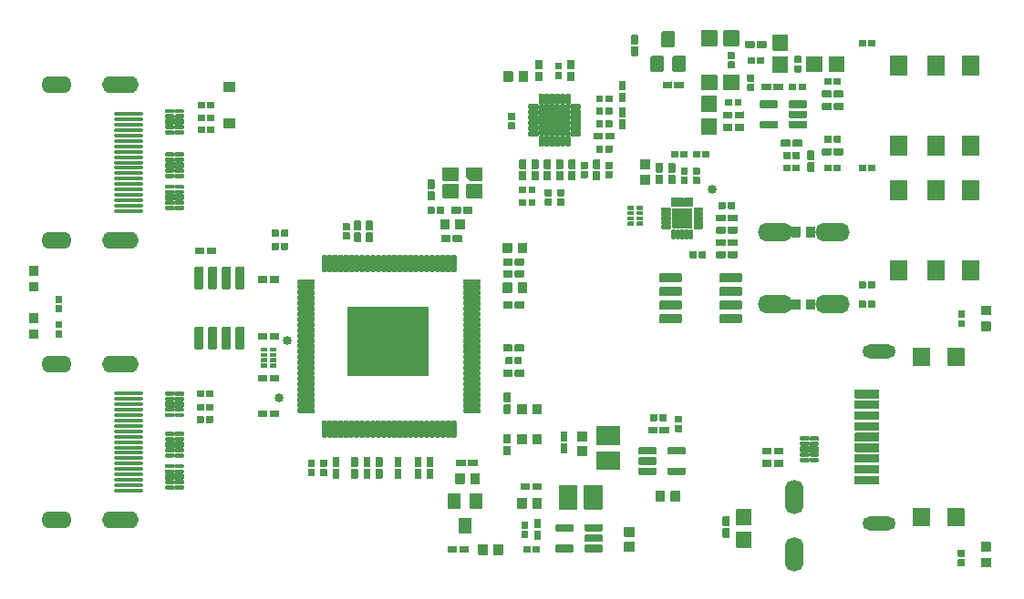
<source format=gts>
G04 Layer: TopSolderMaskLayer*
G04 EasyEDA Pro v1.8.39, 2022-11-10 11:17:13*
G04 Gerber Generator version 0.3*
G04 Scale: 100 percent, Rotated: No, Reflected: No*
G04 Dimensions in millimeters*
G04 Leading zeros omitted, absolute positions, 3 integers and 3 decimals*
%FSLAX33Y33*%
%MOMM*%
%ADD10C,0.00508*%
%ADD11O,2.70256X0.40132*%
%ADD12O,2.80162X1.60274*%
%ADD13O,3.40106X1.60274*%
%ADD14C,0.853201*%
%ADD15O,3.203194X1.703197*%
%ADD16O,1.703197X3.203194*%
%ADD17O,3.1079X1.298905*%
%ADD18O,3.099765X1.298905*%
G75*


G04 Rect Start*
G36*
G01X30236Y26119D02*
G01X30236Y19753D01*
G01X37754D01*
G01Y26119D01*
G01X30236D01*
G37*
G54D10*
G01X30236Y26119D02*
G01X30236Y19753D01*
G01X37754D01*
G01Y26119D01*
G01X30236D01*
G04 Rect End*

G04 Pad Start*
G54D11*
G01X9942Y13500D03*
G01X9942Y14000D03*
G01X9942Y14501D03*
G01X9942Y15001D03*
G01X9942Y15499D03*
G01X9942Y15999D03*
G01X9942Y16500D03*
G01X9942Y17000D03*
G01X9942Y17501D03*
G01X9942Y18001D03*
G01X9942Y13000D03*
G01X9942Y12499D03*
G01X9942Y11999D03*
G01X9942Y11501D03*
G01X9942Y11001D03*
G01X9942Y10500D03*
G01X9942Y10000D03*
G01X9942Y9500D03*
G01X9942Y8999D03*
G54D12*
G01X3221Y6251D03*
G01X3221Y20749D03*
G54D13*
G01X9183Y6251D03*
G01X9183Y20749D03*
G36*
G01X14309Y9061D02*
G01X14984Y9061D01*
G03X15085Y9163I0J102D01*
G01Y9363D01*
G03X14984Y9464I-102J0D01*
G01X14309D01*
G03X14207Y9363I0J-102D01*
G01Y9163D01*
G03X14309Y9061I102J0D01*
G37*
G36*
G01X14309Y9561D02*
G01X14984Y9561D01*
G03X15085Y9663I0J102D01*
G01Y9863D01*
G03X14984Y9964I-102J0D01*
G01X14309D01*
G03X14207Y9863I0J-102D01*
G01Y9663D01*
G03X14309Y9561I102J0D01*
G37*
G36*
G01X13434Y9961D02*
G01X14984Y9961D01*
G03X15085Y10063I0J102D01*
G01Y10463D01*
G03X14984Y10564I-102J0D01*
G01X13434D01*
G03X13332Y10463I0J-102D01*
G01Y10063D01*
G03X13434Y9961I102J0D01*
G37*
G36*
G01X14309Y10561D02*
G01X14984Y10561D01*
G03X15085Y10663I0J102D01*
G01Y10863D01*
G03X14984Y10964I-102J0D01*
G01X14309D01*
G03X14207Y10863I0J-102D01*
G01Y10663D01*
G03X14309Y10561I102J0D01*
G37*
G36*
G01X14309Y11061D02*
G01X14984Y11061D01*
G03X15085Y11163I0J102D01*
G01Y11363D01*
G03X14984Y11464I-102J0D01*
G01X14309D01*
G03X14207Y11363I0J-102D01*
G01Y11163D01*
G03X14309Y11061I102J0D01*
G37*
G36*
G01X13434Y11061D02*
G01X14109Y11061D01*
G03X14210Y11163I0J102D01*
G01Y11363D01*
G03X14109Y11464I-102J0D01*
G01X13434D01*
G03X13332Y11363I0J-102D01*
G01Y11163D01*
G03X13434Y11061I102J0D01*
G37*
G36*
G01X13434Y10561D02*
G01X14109Y10561D01*
G03X14210Y10663I0J102D01*
G01Y10863D01*
G03X14109Y10964I-102J0D01*
G01X13434D01*
G03X13332Y10863I0J-102D01*
G01Y10663D01*
G03X13434Y10561I102J0D01*
G37*
G36*
G01X13434Y9561D02*
G01X14109Y9561D01*
G03X14210Y9663I0J102D01*
G01Y9863D01*
G03X14109Y9964I-102J0D01*
G01X13434D01*
G03X13332Y9863I0J-102D01*
G01Y9663D01*
G03X13434Y9561I102J0D01*
G37*
G36*
G01X13434Y9061D02*
G01X14109Y9061D01*
G03X14210Y9163I0J102D01*
G01Y9363D01*
G03X14109Y9464I-102J0D01*
G01X13434D01*
G03X13332Y9363I0J-102D01*
G01Y9163D01*
G03X13434Y9061I102J0D01*
G37*
G36*
G01X14309Y12049D02*
G01X14984Y12049D01*
G03X15085Y12151I0J102D01*
G01Y12351D01*
G03X14984Y12452I-102J0D01*
G01X14309D01*
G03X14207Y12351I0J-102D01*
G01Y12151D01*
G03X14309Y12049I102J0D01*
G37*
G36*
G01X14309Y12549D02*
G01X14984Y12549D01*
G03X15085Y12651I0J102D01*
G01Y12851D01*
G03X14984Y12952I-102J0D01*
G01X14309D01*
G03X14207Y12851I0J-102D01*
G01Y12651D01*
G03X14309Y12549I102J0D01*
G37*
G36*
G01X13434Y12949D02*
G01X14984Y12949D01*
G03X15085Y13051I0J102D01*
G01Y13451D01*
G03X14984Y13552I-102J0D01*
G01X13434D01*
G03X13332Y13451I0J-102D01*
G01Y13051D01*
G03X13434Y12949I102J0D01*
G37*
G36*
G01X14309Y13549D02*
G01X14984Y13549D01*
G03X15085Y13651I0J102D01*
G01Y13851D01*
G03X14984Y13952I-102J0D01*
G01X14309D01*
G03X14207Y13851I0J-102D01*
G01Y13651D01*
G03X14309Y13549I102J0D01*
G37*
G36*
G01X14309Y14049D02*
G01X14984Y14049D01*
G03X15085Y14151I0J102D01*
G01Y14351D01*
G03X14984Y14452I-102J0D01*
G01X14309D01*
G03X14207Y14351I0J-102D01*
G01Y14151D01*
G03X14309Y14049I102J0D01*
G37*
G36*
G01X13434Y14049D02*
G01X14109Y14049D01*
G03X14210Y14151I0J102D01*
G01Y14351D01*
G03X14109Y14452I-102J0D01*
G01X13434D01*
G03X13332Y14351I0J-102D01*
G01Y14151D01*
G03X13434Y14049I102J0D01*
G37*
G36*
G01X13434Y13549D02*
G01X14109Y13549D01*
G03X14210Y13651I0J102D01*
G01Y13851D01*
G03X14109Y13952I-102J0D01*
G01X13434D01*
G03X13332Y13851I0J-102D01*
G01Y13651D01*
G03X13434Y13549I102J0D01*
G37*
G36*
G01X13434Y12549D02*
G01X14109Y12549D01*
G03X14210Y12651I0J102D01*
G01Y12851D01*
G03X14109Y12952I-102J0D01*
G01X13434D01*
G03X13332Y12851I0J-102D01*
G01Y12651D01*
G03X13434Y12549I102J0D01*
G37*
G36*
G01X13434Y12049D02*
G01X14109Y12049D01*
G03X14210Y12151I0J102D01*
G01Y12351D01*
G03X14109Y12452I-102J0D01*
G01X13434D01*
G03X13332Y12351I0J-102D01*
G01Y12151D01*
G03X13434Y12049I102J0D01*
G37*
G36*
G01X14309Y15815D02*
G01X14984Y15815D01*
G03X15085Y15917I0J102D01*
G01Y16117D01*
G03X14984Y16218I-102J0D01*
G01X14309D01*
G03X14207Y16117I0J-102D01*
G01Y15917D01*
G03X14309Y15815I102J0D01*
G37*
G36*
G01X14309Y16315D02*
G01X14984Y16315D01*
G03X15085Y16417I0J102D01*
G01Y16617D01*
G03X14984Y16718I-102J0D01*
G01X14309D01*
G03X14207Y16617I0J-102D01*
G01Y16417D01*
G03X14309Y16315I102J0D01*
G37*
G36*
G01X13434Y16715D02*
G01X14984Y16715D01*
G03X15085Y16817I0J102D01*
G01Y17217D01*
G03X14984Y17318I-102J0D01*
G01X13434D01*
G03X13332Y17217I0J-102D01*
G01Y16817D01*
G03X13434Y16715I102J0D01*
G37*
G36*
G01X14309Y17315D02*
G01X14984Y17315D01*
G03X15085Y17417I0J102D01*
G01Y17617D01*
G03X14984Y17718I-102J0D01*
G01X14309D01*
G03X14207Y17617I0J-102D01*
G01Y17417D01*
G03X14309Y17315I102J0D01*
G37*
G36*
G01X14309Y17815D02*
G01X14984Y17815D01*
G03X15085Y17917I0J102D01*
G01Y18117D01*
G03X14984Y18218I-102J0D01*
G01X14309D01*
G03X14207Y18117I0J-102D01*
G01Y17917D01*
G03X14309Y17815I102J0D01*
G37*
G36*
G01X13434Y17815D02*
G01X14109Y17815D01*
G03X14210Y17917I0J102D01*
G01Y18117D01*
G03X14109Y18218I-102J0D01*
G01X13434D01*
G03X13332Y18117I0J-102D01*
G01Y17917D01*
G03X13434Y17815I102J0D01*
G37*
G36*
G01X13434Y17315D02*
G01X14109Y17315D01*
G03X14210Y17417I0J102D01*
G01Y17617D01*
G03X14109Y17718I-102J0D01*
G01X13434D01*
G03X13332Y17617I0J-102D01*
G01Y17417D01*
G03X13434Y17315I102J0D01*
G37*
G36*
G01X13434Y16315D02*
G01X14109Y16315D01*
G03X14210Y16417I0J102D01*
G01Y16617D01*
G03X14109Y16718I-102J0D01*
G01X13434D01*
G03X13332Y16617I0J-102D01*
G01Y16417D01*
G03X13434Y16315I102J0D01*
G37*
G36*
G01X13434Y15815D02*
G01X14109Y15815D01*
G03X14210Y15917I0J102D01*
G01Y16117D01*
G03X14109Y16218I-102J0D01*
G01X13434D01*
G03X13332Y16117I0J-102D01*
G01Y15917D01*
G03X13434Y15815I102J0D01*
G37*
G36*
G01X16935Y17728D02*
G01X16935Y18268D01*
G03X16884Y18319I-51J0D01*
G01X16318D01*
G03X16267Y18268I0J-51D01*
G01Y17728D01*
G03X16318Y17677I51J0D01*
G01X16884D01*
G03X16935Y17728I0J51D01*
G37*
G36*
G01X17800Y17728D02*
G01X17800Y18268D01*
G03X17749Y18319I-51J0D01*
G01X17184D01*
G03X17133Y18268I0J-51D01*
G01Y17728D01*
G03X17184Y17677I51J0D01*
G01X17749D01*
G03X17800Y17728I0J51D01*
G37*
G36*
G01X17133Y16997D02*
G01X17133Y16457D01*
G03X17184Y16406I51J0D01*
G01X17749D01*
G03X17800Y16457I0J51D01*
G01Y16997D01*
G03X17749Y17047I-51J0D01*
G01X17184D01*
G03X17133Y16997I0J-51D01*
G37*
G36*
G01X16267Y16997D02*
G01X16267Y16457D01*
G03X16318Y16406I51J0D01*
G01X16884D01*
G03X16935Y16457I0J51D01*
G01Y16997D01*
G03X16884Y17047I-51J0D01*
G01X16318D01*
G03X16267Y16997I0J-51D01*
G37*
G36*
G01X17133Y15877D02*
G01X17133Y15337D01*
G03X17184Y15286I51J0D01*
G01X17749D01*
G03X17800Y15337I0J51D01*
G01Y15877D01*
G03X17749Y15927I-51J0D01*
G01X17184D01*
G03X17133Y15877I0J-51D01*
G37*
G36*
G01X16267Y15877D02*
G01X16267Y15337D01*
G03X16318Y15286I51J0D01*
G01X16884D01*
G03X16935Y15337I0J51D01*
G01Y15877D01*
G03X16884Y15927I-51J0D01*
G01X16318D01*
G03X16267Y15877I0J-51D01*
G37*
G36*
G01X42532Y16658D02*
G01X41132Y16658D01*
G03X41030Y16557I0J-102D01*
G01Y16257D01*
G03X41132Y16155I102J0D01*
G01X42532D01*
G03X42633Y16257I0J102D01*
G01Y16557D01*
G03X42532Y16658I-102J0D01*
G37*
G36*
G01X42532Y17158D02*
G01X41132Y17158D01*
G03X41030Y17057I0J-102D01*
G01Y16757D01*
G03X41132Y16655I102J0D01*
G01X42532D01*
G03X42633Y16757I0J102D01*
G01Y17057D01*
G03X42532Y17158I-102J0D01*
G37*
G36*
G01X42532Y17658D02*
G01X41132Y17658D01*
G03X41030Y17557I0J-102D01*
G01Y17257D01*
G03X41132Y17155I102J0D01*
G01X42532D01*
G03X42633Y17257I0J102D01*
G01Y17557D01*
G03X42532Y17658I-102J0D01*
G37*
G36*
G01X42532Y18158D02*
G01X41132Y18158D01*
G03X41030Y18057I0J-102D01*
G01Y17757D01*
G03X41132Y17655I102J0D01*
G01X42532D01*
G03X42633Y17757I0J102D01*
G01Y18057D01*
G03X42532Y18158I-102J0D01*
G37*
G36*
G01X42532Y18658D02*
G01X41132Y18658D01*
G03X41030Y18557I0J-102D01*
G01Y18257D01*
G03X41132Y18155I102J0D01*
G01X42532D01*
G03X42633Y18257I0J102D01*
G01Y18557D01*
G03X42532Y18658I-102J0D01*
G37*
G36*
G01X42532Y19158D02*
G01X41132Y19158D01*
G03X41030Y19057I0J-102D01*
G01Y18757D01*
G03X41132Y18655I102J0D01*
G01X42532D01*
G03X42633Y18757I0J102D01*
G01Y19057D01*
G03X42532Y19158I-102J0D01*
G37*
G36*
G01X42532Y19658D02*
G01X41132Y19658D01*
G03X41030Y19557I0J-102D01*
G01Y19257D01*
G03X41132Y19155I102J0D01*
G01X42532D01*
G03X42633Y19257I0J102D01*
G01Y19557D01*
G03X42532Y19658I-102J0D01*
G37*
G36*
G01X42532Y20158D02*
G01X41132Y20158D01*
G03X41030Y20057I0J-102D01*
G01Y19757D01*
G03X41132Y19655I102J0D01*
G01X42532D01*
G03X42633Y19757I0J102D01*
G01Y20057D01*
G03X42532Y20158I-102J0D01*
G37*
G36*
G01X42532Y20658D02*
G01X41132Y20658D01*
G03X41030Y20557I0J-102D01*
G01Y20257D01*
G03X41132Y20155I102J0D01*
G01X42532D01*
G03X42633Y20257I0J102D01*
G01Y20557D01*
G03X42532Y20658I-102J0D01*
G37*
G36*
G01X42532Y21158D02*
G01X41132Y21158D01*
G03X41030Y21057I0J-102D01*
G01Y20757D01*
G03X41132Y20655I102J0D01*
G01X42532D01*
G03X42633Y20757I0J102D01*
G01Y21057D01*
G03X42532Y21158I-102J0D01*
G37*
G36*
G01X42532Y21658D02*
G01X41132Y21658D01*
G03X41030Y21557I0J-102D01*
G01Y21257D01*
G03X41132Y21155I102J0D01*
G01X42532D01*
G03X42633Y21257I0J102D01*
G01Y21557D01*
G03X42532Y21658I-102J0D01*
G37*
G36*
G01X42532Y22158D02*
G01X41132Y22158D01*
G03X41030Y22057I0J-102D01*
G01Y21757D01*
G03X41132Y21655I102J0D01*
G01X42532D01*
G03X42633Y21757I0J102D01*
G01Y22057D01*
G03X42532Y22158I-102J0D01*
G37*
G36*
G01X42532Y22658D02*
G01X41132Y22658D01*
G03X41030Y22557I0J-102D01*
G01Y22257D01*
G03X41132Y22155I102J0D01*
G01X42532D01*
G03X42633Y22257I0J102D01*
G01Y22557D01*
G03X42532Y22658I-102J0D01*
G37*
G36*
G01X42532Y23158D02*
G01X41132Y23158D01*
G03X41030Y23057I0J-102D01*
G01Y22757D01*
G03X41132Y22655I102J0D01*
G01X42532D01*
G03X42633Y22757I0J102D01*
G01Y23057D01*
G03X42532Y23158I-102J0D01*
G37*
G36*
G01X42532Y23658D02*
G01X41132Y23658D01*
G03X41030Y23557I0J-102D01*
G01Y23257D01*
G03X41132Y23155I102J0D01*
G01X42532D01*
G03X42633Y23257I0J102D01*
G01Y23557D01*
G03X42532Y23658I-102J0D01*
G37*
G36*
G01X42532Y24158D02*
G01X41132Y24158D01*
G03X41030Y24057I0J-102D01*
G01Y23757D01*
G03X41132Y23655I102J0D01*
G01X42532D01*
G03X42633Y23757I0J102D01*
G01Y24057D01*
G03X42532Y24158I-102J0D01*
G37*
G36*
G01X42532Y24658D02*
G01X41132Y24658D01*
G03X41030Y24557I0J-102D01*
G01Y24257D01*
G03X41132Y24155I102J0D01*
G01X42532D01*
G03X42633Y24257I0J102D01*
G01Y24557D01*
G03X42532Y24658I-102J0D01*
G37*
G36*
G01X42532Y25158D02*
G01X41132Y25158D01*
G03X41030Y25057I0J-102D01*
G01Y24757D01*
G03X41132Y24655I102J0D01*
G01X42532D01*
G03X42633Y24757I0J102D01*
G01Y25057D01*
G03X42532Y25158I-102J0D01*
G37*
G36*
G01X42532Y25658D02*
G01X41132Y25658D01*
G03X41030Y25557I0J-102D01*
G01Y25257D01*
G03X41132Y25155I102J0D01*
G01X42532D01*
G03X42633Y25257I0J102D01*
G01Y25557D01*
G03X42532Y25658I-102J0D01*
G37*
G36*
G01X42532Y26158D02*
G01X41132Y26158D01*
G03X41030Y26057I0J-102D01*
G01Y25757D01*
G03X41132Y25655I102J0D01*
G01X42532D01*
G03X42633Y25757I0J102D01*
G01Y26057D01*
G03X42532Y26158I-102J0D01*
G37*
G36*
G01X42532Y26658D02*
G01X41132Y26658D01*
G03X41030Y26557I0J-102D01*
G01Y26257D01*
G03X41132Y26155I102J0D01*
G01X42532D01*
G03X42633Y26257I0J102D01*
G01Y26557D01*
G03X42532Y26658I-102J0D01*
G37*
G36*
G01X42532Y27158D02*
G01X41132Y27158D01*
G03X41030Y27057I0J-102D01*
G01Y26757D01*
G03X41132Y26655I102J0D01*
G01X42532D01*
G03X42633Y26757I0J102D01*
G01Y27057D01*
G03X42532Y27158I-102J0D01*
G37*
G36*
G01X42532Y27658D02*
G01X41132Y27658D01*
G03X41030Y27557I0J-102D01*
G01Y27257D01*
G03X41132Y27155I102J0D01*
G01X42532D01*
G03X42633Y27257I0J102D01*
G01Y27557D01*
G03X42532Y27658I-102J0D01*
G37*
G36*
G01X42532Y28158D02*
G01X41132Y28158D01*
G03X41030Y28057I0J-102D01*
G01Y27757D01*
G03X41132Y27655I102J0D01*
G01X42532D01*
G03X42633Y27757I0J102D01*
G01Y28057D01*
G03X42532Y28158I-102J0D01*
G37*
G36*
G01X42532Y28658D02*
G01X41132Y28658D01*
G03X41030Y28557I0J-102D01*
G01Y28257D01*
G03X41132Y28155I102J0D01*
G01X42532D01*
G03X42633Y28257I0J102D01*
G01Y28557D01*
G03X42532Y28658I-102J0D01*
G37*
G36*
G01X40383Y29407D02*
G01X40383Y30807D01*
G03X40282Y30908I-102J0D01*
G01X39982D01*
G03X39880Y30807I0J-102D01*
G01Y29407D01*
G03X39982Y29305I102J0D01*
G01X40282D01*
G03X40383Y29407I0J102D01*
G37*
G36*
G01X39883Y29407D02*
G01X39883Y30807D01*
G03X39782Y30908I-102J0D01*
G01X39482D01*
G03X39380Y30807I0J-102D01*
G01Y29407D01*
G03X39482Y29305I102J0D01*
G01X39782D01*
G03X39883Y29407I0J102D01*
G37*
G36*
G01X39383Y29407D02*
G01X39383Y30807D01*
G03X39282Y30908I-102J0D01*
G01X38982D01*
G03X38880Y30807I0J-102D01*
G01Y29407D01*
G03X38982Y29305I102J0D01*
G01X39282D01*
G03X39383Y29407I0J102D01*
G37*
G36*
G01X38883Y29407D02*
G01X38883Y30807D01*
G03X38782Y30908I-102J0D01*
G01X38482D01*
G03X38380Y30807I0J-102D01*
G01Y29407D01*
G03X38482Y29305I102J0D01*
G01X38782D01*
G03X38883Y29407I0J102D01*
G37*
G36*
G01X38383Y29407D02*
G01X38383Y30807D01*
G03X38282Y30908I-102J0D01*
G01X37982D01*
G03X37880Y30807I0J-102D01*
G01Y29407D01*
G03X37982Y29305I102J0D01*
G01X38282D01*
G03X38383Y29407I0J102D01*
G37*
G36*
G01X37883Y29407D02*
G01X37883Y30807D01*
G03X37782Y30908I-102J0D01*
G01X37482D01*
G03X37380Y30807I0J-102D01*
G01Y29407D01*
G03X37482Y29305I102J0D01*
G01X37782D01*
G03X37883Y29407I0J102D01*
G37*
G36*
G01X37383Y29407D02*
G01X37383Y30807D01*
G03X37282Y30908I-102J0D01*
G01X36982D01*
G03X36880Y30807I0J-102D01*
G01Y29407D01*
G03X36982Y29305I102J0D01*
G01X37282D01*
G03X37383Y29407I0J102D01*
G37*
G36*
G01X36883Y29407D02*
G01X36883Y30807D01*
G03X36782Y30908I-102J0D01*
G01X36482D01*
G03X36380Y30807I0J-102D01*
G01Y29407D01*
G03X36482Y29305I102J0D01*
G01X36782D01*
G03X36883Y29407I0J102D01*
G37*
G36*
G01X36383Y29407D02*
G01X36383Y30807D01*
G03X36282Y30908I-102J0D01*
G01X35982D01*
G03X35880Y30807I0J-102D01*
G01Y29407D01*
G03X35982Y29305I102J0D01*
G01X36282D01*
G03X36383Y29407I0J102D01*
G37*
G36*
G01X35883Y29407D02*
G01X35883Y30807D01*
G03X35782Y30908I-102J0D01*
G01X35482D01*
G03X35380Y30807I0J-102D01*
G01Y29407D01*
G03X35482Y29305I102J0D01*
G01X35782D01*
G03X35883Y29407I0J102D01*
G37*
G36*
G01X35383Y29407D02*
G01X35383Y30807D01*
G03X35282Y30908I-102J0D01*
G01X34982D01*
G03X34880Y30807I0J-102D01*
G01Y29407D01*
G03X34982Y29305I102J0D01*
G01X35282D01*
G03X35383Y29407I0J102D01*
G37*
G36*
G01X34883Y29407D02*
G01X34883Y30807D01*
G03X34782Y30908I-102J0D01*
G01X34482D01*
G03X34380Y30807I0J-102D01*
G01Y29407D01*
G03X34482Y29305I102J0D01*
G01X34782D01*
G03X34883Y29407I0J102D01*
G37*
G36*
G01X34383Y29407D02*
G01X34383Y30807D01*
G03X34282Y30908I-102J0D01*
G01X33982D01*
G03X33880Y30807I0J-102D01*
G01Y29407D01*
G03X33982Y29305I102J0D01*
G01X34282D01*
G03X34383Y29407I0J102D01*
G37*
G36*
G01X33883Y29407D02*
G01X33883Y30807D01*
G03X33782Y30908I-102J0D01*
G01X33482D01*
G03X33380Y30807I0J-102D01*
G01Y29407D01*
G03X33482Y29305I102J0D01*
G01X33782D01*
G03X33883Y29407I0J102D01*
G37*
G36*
G01X33383Y29407D02*
G01X33383Y30807D01*
G03X33282Y30908I-102J0D01*
G01X32982D01*
G03X32880Y30807I0J-102D01*
G01Y29407D01*
G03X32982Y29305I102J0D01*
G01X33282D01*
G03X33383Y29407I0J102D01*
G37*
G36*
G01X32883Y29407D02*
G01X32883Y30807D01*
G03X32782Y30908I-102J0D01*
G01X32482D01*
G03X32380Y30807I0J-102D01*
G01Y29407D01*
G03X32482Y29305I102J0D01*
G01X32782D01*
G03X32883Y29407I0J102D01*
G37*
G36*
G01X32383Y29407D02*
G01X32383Y30807D01*
G03X32282Y30908I-102J0D01*
G01X31982D01*
G03X31880Y30807I0J-102D01*
G01Y29407D01*
G03X31982Y29305I102J0D01*
G01X32282D01*
G03X32383Y29407I0J102D01*
G37*
G36*
G01X31883Y29407D02*
G01X31883Y30807D01*
G03X31782Y30908I-102J0D01*
G01X31482D01*
G03X31380Y30807I0J-102D01*
G01Y29407D01*
G03X31482Y29305I102J0D01*
G01X31782D01*
G03X31883Y29407I0J102D01*
G37*
G36*
G01X31383Y29407D02*
G01X31383Y30807D01*
G03X31282Y30908I-102J0D01*
G01X30982D01*
G03X30880Y30807I0J-102D01*
G01Y29407D01*
G03X30982Y29305I102J0D01*
G01X31282D01*
G03X31383Y29407I0J102D01*
G37*
G36*
G01X30883Y29407D02*
G01X30883Y30807D01*
G03X30782Y30908I-102J0D01*
G01X30482D01*
G03X30380Y30807I0J-102D01*
G01Y29407D01*
G03X30482Y29305I102J0D01*
G01X30782D01*
G03X30883Y29407I0J102D01*
G37*
G36*
G01X30383Y29407D02*
G01X30383Y30807D01*
G03X30282Y30908I-102J0D01*
G01X29982D01*
G03X29880Y30807I0J-102D01*
G01Y29407D01*
G03X29982Y29305I102J0D01*
G01X30282D01*
G03X30383Y29407I0J102D01*
G37*
G36*
G01X29883Y29407D02*
G01X29883Y30807D01*
G03X29782Y30908I-102J0D01*
G01X29482D01*
G03X29380Y30807I0J-102D01*
G01Y29407D01*
G03X29482Y29305I102J0D01*
G01X29782D01*
G03X29883Y29407I0J102D01*
G37*
G36*
G01X29383Y29407D02*
G01X29383Y30807D01*
G03X29282Y30908I-102J0D01*
G01X28982D01*
G03X28880Y30807I0J-102D01*
G01Y29407D01*
G03X28982Y29305I102J0D01*
G01X29282D01*
G03X29383Y29407I0J102D01*
G37*
G36*
G01X28883Y29407D02*
G01X28883Y30807D01*
G03X28782Y30908I-102J0D01*
G01X28482D01*
G03X28380Y30807I0J-102D01*
G01Y29407D01*
G03X28482Y29305I102J0D01*
G01X28782D01*
G03X28883Y29407I0J102D01*
G37*
G36*
G01X28383Y29407D02*
G01X28383Y30807D01*
G03X28282Y30908I-102J0D01*
G01X27982D01*
G03X27880Y30807I0J-102D01*
G01Y29407D01*
G03X27982Y29305I102J0D01*
G01X28282D01*
G03X28383Y29407I0J102D01*
G37*
G36*
G01X27132Y28658D02*
G01X25732Y28658D01*
G03X25630Y28557I0J-102D01*
G01Y28257D01*
G03X25732Y28155I102J0D01*
G01X27132D01*
G03X27233Y28257I0J102D01*
G01Y28557D01*
G03X27132Y28658I-102J0D01*
G37*
G36*
G01X27132Y28158D02*
G01X25732Y28158D01*
G03X25630Y28057I0J-102D01*
G01Y27757D01*
G03X25732Y27655I102J0D01*
G01X27132D01*
G03X27233Y27757I0J102D01*
G01Y28057D01*
G03X27132Y28158I-102J0D01*
G37*
G36*
G01X27132Y27658D02*
G01X25732Y27658D01*
G03X25630Y27557I0J-102D01*
G01Y27257D01*
G03X25732Y27155I102J0D01*
G01X27132D01*
G03X27233Y27257I0J102D01*
G01Y27557D01*
G03X27132Y27658I-102J0D01*
G37*
G36*
G01X27132Y27158D02*
G01X25732Y27158D01*
G03X25630Y27057I0J-102D01*
G01Y26757D01*
G03X25732Y26655I102J0D01*
G01X27132D01*
G03X27233Y26757I0J102D01*
G01Y27057D01*
G03X27132Y27158I-102J0D01*
G37*
G36*
G01X27132Y26658D02*
G01X25732Y26658D01*
G03X25630Y26557I0J-102D01*
G01Y26257D01*
G03X25732Y26155I102J0D01*
G01X27132D01*
G03X27233Y26257I0J102D01*
G01Y26557D01*
G03X27132Y26658I-102J0D01*
G37*
G36*
G01X27132Y26158D02*
G01X25732Y26158D01*
G03X25630Y26057I0J-102D01*
G01Y25757D01*
G03X25732Y25655I102J0D01*
G01X27132D01*
G03X27233Y25757I0J102D01*
G01Y26057D01*
G03X27132Y26158I-102J0D01*
G37*
G36*
G01X27132Y25658D02*
G01X25732Y25658D01*
G03X25630Y25557I0J-102D01*
G01Y25257D01*
G03X25732Y25155I102J0D01*
G01X27132D01*
G03X27233Y25257I0J102D01*
G01Y25557D01*
G03X27132Y25658I-102J0D01*
G37*
G36*
G01X27132Y25158D02*
G01X25732Y25158D01*
G03X25630Y25057I0J-102D01*
G01Y24757D01*
G03X25732Y24655I102J0D01*
G01X27132D01*
G03X27233Y24757I0J102D01*
G01Y25057D01*
G03X27132Y25158I-102J0D01*
G37*
G36*
G01X27132Y24658D02*
G01X25732Y24658D01*
G03X25630Y24557I0J-102D01*
G01Y24257D01*
G03X25732Y24155I102J0D01*
G01X27132D01*
G03X27233Y24257I0J102D01*
G01Y24557D01*
G03X27132Y24658I-102J0D01*
G37*
G36*
G01X27132Y24158D02*
G01X25732Y24158D01*
G03X25630Y24057I0J-102D01*
G01Y23757D01*
G03X25732Y23655I102J0D01*
G01X27132D01*
G03X27233Y23757I0J102D01*
G01Y24057D01*
G03X27132Y24158I-102J0D01*
G37*
G36*
G01X27132Y23658D02*
G01X25732Y23658D01*
G03X25630Y23557I0J-102D01*
G01Y23257D01*
G03X25732Y23155I102J0D01*
G01X27132D01*
G03X27233Y23257I0J102D01*
G01Y23557D01*
G03X27132Y23658I-102J0D01*
G37*
G36*
G01X27132Y23158D02*
G01X25732Y23158D01*
G03X25630Y23057I0J-102D01*
G01Y22757D01*
G03X25732Y22655I102J0D01*
G01X27132D01*
G03X27233Y22757I0J102D01*
G01Y23057D01*
G03X27132Y23158I-102J0D01*
G37*
G36*
G01X27132Y22658D02*
G01X25732Y22658D01*
G03X25630Y22557I0J-102D01*
G01Y22257D01*
G03X25732Y22155I102J0D01*
G01X27132D01*
G03X27233Y22257I0J102D01*
G01Y22557D01*
G03X27132Y22658I-102J0D01*
G37*
G36*
G01X27132Y22158D02*
G01X25732Y22158D01*
G03X25630Y22057I0J-102D01*
G01Y21757D01*
G03X25732Y21655I102J0D01*
G01X27132D01*
G03X27233Y21757I0J102D01*
G01Y22057D01*
G03X27132Y22158I-102J0D01*
G37*
G36*
G01X27132Y21658D02*
G01X25732Y21658D01*
G03X25630Y21557I0J-102D01*
G01Y21257D01*
G03X25732Y21155I102J0D01*
G01X27132D01*
G03X27233Y21257I0J102D01*
G01Y21557D01*
G03X27132Y21658I-102J0D01*
G37*
G36*
G01X27132Y21158D02*
G01X25732Y21158D01*
G03X25630Y21057I0J-102D01*
G01Y20757D01*
G03X25732Y20655I102J0D01*
G01X27132D01*
G03X27233Y20757I0J102D01*
G01Y21057D01*
G03X27132Y21158I-102J0D01*
G37*
G36*
G01X27132Y20658D02*
G01X25732Y20658D01*
G03X25630Y20557I0J-102D01*
G01Y20257D01*
G03X25732Y20155I102J0D01*
G01X27132D01*
G03X27233Y20257I0J102D01*
G01Y20557D01*
G03X27132Y20658I-102J0D01*
G37*
G36*
G01X27132Y20158D02*
G01X25732Y20158D01*
G03X25630Y20057I0J-102D01*
G01Y19757D01*
G03X25732Y19655I102J0D01*
G01X27132D01*
G03X27233Y19757I0J102D01*
G01Y20057D01*
G03X27132Y20158I-102J0D01*
G37*
G36*
G01X27132Y19658D02*
G01X25732Y19658D01*
G03X25630Y19557I0J-102D01*
G01Y19257D01*
G03X25732Y19155I102J0D01*
G01X27132D01*
G03X27233Y19257I0J102D01*
G01Y19557D01*
G03X27132Y19658I-102J0D01*
G37*
G36*
G01X27132Y19158D02*
G01X25732Y19158D01*
G03X25630Y19057I0J-102D01*
G01Y18757D01*
G03X25732Y18655I102J0D01*
G01X27132D01*
G03X27233Y18757I0J102D01*
G01Y19057D01*
G03X27132Y19158I-102J0D01*
G37*
G36*
G01X27132Y18658D02*
G01X25732Y18658D01*
G03X25630Y18557I0J-102D01*
G01Y18257D01*
G03X25732Y18155I102J0D01*
G01X27132D01*
G03X27233Y18257I0J102D01*
G01Y18557D01*
G03X27132Y18658I-102J0D01*
G37*
G36*
G01X27132Y18158D02*
G01X25732Y18158D01*
G03X25630Y18057I0J-102D01*
G01Y17757D01*
G03X25732Y17655I102J0D01*
G01X27132D01*
G03X27233Y17757I0J102D01*
G01Y18057D01*
G03X27132Y18158I-102J0D01*
G37*
G36*
G01X27132Y17658D02*
G01X25732Y17658D01*
G03X25630Y17557I0J-102D01*
G01Y17257D01*
G03X25732Y17155I102J0D01*
G01X27132D01*
G03X27233Y17257I0J102D01*
G01Y17557D01*
G03X27132Y17658I-102J0D01*
G37*
G36*
G01X27132Y17158D02*
G01X25732Y17158D01*
G03X25630Y17057I0J-102D01*
G01Y16757D01*
G03X25732Y16655I102J0D01*
G01X27132D01*
G03X27233Y16757I0J102D01*
G01Y17057D01*
G03X27132Y17158I-102J0D01*
G37*
G36*
G01X27132Y16658D02*
G01X25732Y16658D01*
G03X25630Y16557I0J-102D01*
G01Y16257D01*
G03X25732Y16155I102J0D01*
G01X27132D01*
G03X27233Y16257I0J102D01*
G01Y16557D01*
G03X27132Y16658I-102J0D01*
G37*
G36*
G01X30883Y14007D02*
G01X30883Y15407D01*
G03X30782Y15508I-102J0D01*
G01X30482D01*
G03X30380Y15407I0J-102D01*
G01Y14007D01*
G03X30482Y13905I102J0D01*
G01X30782D01*
G03X30883Y14007I0J102D01*
G37*
G36*
G01X30383Y14007D02*
G01X30383Y15407D01*
G03X30282Y15508I-102J0D01*
G01X29982D01*
G03X29880Y15407I0J-102D01*
G01Y14007D01*
G03X29982Y13905I102J0D01*
G01X30282D01*
G03X30383Y14007I0J102D01*
G37*
G36*
G01X29883Y14007D02*
G01X29883Y15407D01*
G03X29782Y15508I-102J0D01*
G01X29482D01*
G03X29380Y15407I0J-102D01*
G01Y14007D01*
G03X29482Y13905I102J0D01*
G01X29782D01*
G03X29883Y14007I0J102D01*
G37*
G36*
G01X29383Y14007D02*
G01X29383Y15407D01*
G03X29282Y15508I-102J0D01*
G01X28982D01*
G03X28880Y15407I0J-102D01*
G01Y14007D01*
G03X28982Y13905I102J0D01*
G01X29282D01*
G03X29383Y14007I0J102D01*
G37*
G36*
G01X28883Y14007D02*
G01X28883Y15407D01*
G03X28782Y15508I-102J0D01*
G01X28482D01*
G03X28380Y15407I0J-102D01*
G01Y14007D01*
G03X28482Y13905I102J0D01*
G01X28782D01*
G03X28883Y14007I0J102D01*
G37*
G36*
G01X40383Y14007D02*
G01X40383Y15407D01*
G03X40282Y15508I-102J0D01*
G01X39982D01*
G03X39880Y15407I0J-102D01*
G01Y14007D01*
G03X39982Y13905I102J0D01*
G01X40282D01*
G03X40383Y14007I0J102D01*
G37*
G36*
G01X39883Y14007D02*
G01X39883Y15407D01*
G03X39782Y15508I-102J0D01*
G01X39482D01*
G03X39380Y15407I0J-102D01*
G01Y14007D01*
G03X39482Y13905I102J0D01*
G01X39782D01*
G03X39883Y14007I0J102D01*
G37*
G36*
G01X39383Y14007D02*
G01X39383Y15407D01*
G03X39282Y15508I-102J0D01*
G01X38982D01*
G03X38880Y15407I0J-102D01*
G01Y14007D01*
G03X38982Y13905I102J0D01*
G01X39282D01*
G03X39383Y14007I0J102D01*
G37*
G36*
G01X38883Y14007D02*
G01X38883Y15407D01*
G03X38782Y15508I-102J0D01*
G01X38482D01*
G03X38380Y15407I0J-102D01*
G01Y14007D01*
G03X38482Y13905I102J0D01*
G01X38782D01*
G03X38883Y14007I0J102D01*
G37*
G36*
G01X38383Y14007D02*
G01X38383Y15407D01*
G03X38282Y15508I-102J0D01*
G01X37982D01*
G03X37880Y15407I0J-102D01*
G01Y14007D01*
G03X37982Y13905I102J0D01*
G01X38282D01*
G03X38383Y14007I0J102D01*
G37*
G36*
G01X37883Y14007D02*
G01X37883Y15407D01*
G03X37782Y15508I-102J0D01*
G01X37482D01*
G03X37380Y15407I0J-102D01*
G01Y14007D01*
G03X37482Y13905I102J0D01*
G01X37782D01*
G03X37883Y14007I0J102D01*
G37*
G36*
G01X37383Y14007D02*
G01X37383Y15407D01*
G03X37282Y15508I-102J0D01*
G01X36982D01*
G03X36880Y15407I0J-102D01*
G01Y14007D01*
G03X36982Y13905I102J0D01*
G01X37282D01*
G03X37383Y14007I0J102D01*
G37*
G36*
G01X36883Y14007D02*
G01X36883Y15407D01*
G03X36782Y15508I-102J0D01*
G01X36482D01*
G03X36380Y15407I0J-102D01*
G01Y14007D01*
G03X36482Y13905I102J0D01*
G01X36782D01*
G03X36883Y14007I0J102D01*
G37*
G36*
G01X36383Y14007D02*
G01X36383Y15407D01*
G03X36282Y15508I-102J0D01*
G01X35982D01*
G03X35880Y15407I0J-102D01*
G01Y14007D01*
G03X35982Y13905I102J0D01*
G01X36282D01*
G03X36383Y14007I0J102D01*
G37*
G36*
G01X35883Y14007D02*
G01X35883Y15407D01*
G03X35782Y15508I-102J0D01*
G01X35482D01*
G03X35380Y15407I0J-102D01*
G01Y14007D01*
G03X35482Y13905I102J0D01*
G01X35782D01*
G03X35883Y14007I0J102D01*
G37*
G36*
G01X35383Y14007D02*
G01X35383Y15407D01*
G03X35282Y15508I-102J0D01*
G01X34982D01*
G03X34880Y15407I0J-102D01*
G01Y14007D01*
G03X34982Y13905I102J0D01*
G01X35282D01*
G03X35383Y14007I0J102D01*
G37*
G36*
G01X34883Y14007D02*
G01X34883Y15407D01*
G03X34782Y15508I-102J0D01*
G01X34482D01*
G03X34380Y15407I0J-102D01*
G01Y14007D01*
G03X34482Y13905I102J0D01*
G01X34782D01*
G03X34883Y14007I0J102D01*
G37*
G36*
G01X34383Y14007D02*
G01X34383Y15407D01*
G03X34282Y15508I-102J0D01*
G01X33982D01*
G03X33880Y15407I0J-102D01*
G01Y14007D01*
G03X33982Y13905I102J0D01*
G01X34282D01*
G03X34383Y14007I0J102D01*
G37*
G36*
G01X33883Y14007D02*
G01X33883Y15407D01*
G03X33782Y15508I-102J0D01*
G01X33482D01*
G03X33380Y15407I0J-102D01*
G01Y14007D01*
G03X33482Y13905I102J0D01*
G01X33782D01*
G03X33883Y14007I0J102D01*
G37*
G36*
G01X33383Y14007D02*
G01X33383Y15407D01*
G03X33282Y15508I-102J0D01*
G01X32982D01*
G03X32880Y15407I0J-102D01*
G01Y14007D01*
G03X32982Y13905I102J0D01*
G01X33282D01*
G03X33383Y14007I0J102D01*
G37*
G36*
G01X32883Y14007D02*
G01X32883Y15407D01*
G03X32782Y15508I-102J0D01*
G01X32482D01*
G03X32380Y15407I0J-102D01*
G01Y14007D01*
G03X32482Y13905I102J0D01*
G01X32782D01*
G03X32883Y14007I0J102D01*
G37*
G36*
G01X32383Y14007D02*
G01X32383Y15407D01*
G03X32282Y15508I-102J0D01*
G01X31982D01*
G03X31880Y15407I0J-102D01*
G01Y14007D01*
G03X31982Y13905I102J0D01*
G01X32282D01*
G03X32383Y14007I0J102D01*
G37*
G36*
G01X31883Y14007D02*
G01X31883Y15407D01*
G03X31782Y15508I-102J0D01*
G01X31482D01*
G03X31380Y15407I0J-102D01*
G01Y14007D01*
G03X31482Y13905I102J0D01*
G01X31782D01*
G03X31883Y14007I0J102D01*
G37*
G36*
G01X31383Y14007D02*
G01X31383Y15407D01*
G03X31282Y15508I-102J0D01*
G01X30982D01*
G03X30880Y15407I0J-102D01*
G01Y14007D01*
G03X30982Y13905I102J0D01*
G01X31282D01*
G03X31383Y14007I0J102D01*
G37*
G36*
G01X28383Y14007D02*
G01X28383Y15407D01*
G03X28282Y15508I-102J0D01*
G01X27982D01*
G03X27880Y15407I0J-102D01*
G01Y14007D01*
G03X27982Y13905I102J0D01*
G01X28282D01*
G03X28383Y14007I0J102D01*
G37*
G36*
G01X27786Y11199D02*
G01X28326Y11199D01*
G03X28376Y11250I0J51D01*
G01Y11815D01*
G03X28326Y11866I-51J0D01*
G01X27786D01*
G03X27735Y11815I0J-51D01*
G01Y11250D01*
G03X27786Y11199I51J0D01*
G37*
G36*
G01X27786Y10333D02*
G01X28326Y10333D01*
G03X28376Y10384I0J51D01*
G01Y10950D01*
G03X28326Y11001I-51J0D01*
G01X27786D01*
G03X27735Y10950I0J-51D01*
G01Y10384D01*
G03X27786Y10333I51J0D01*
G37*
G36*
G01X45598Y20812D02*
G01X45598Y21352D01*
G03X45547Y21403I-51J0D01*
G01X44981D01*
G03X44930Y21352I0J-51D01*
G01Y20812D01*
G03X44981Y20761I51J0D01*
G01X45547D01*
G03X45598Y20812I0J51D01*
G37*
G36*
G01X46463Y20812D02*
G01X46463Y21352D01*
G03X46413Y21403I-51J0D01*
G01X45847D01*
G03X45796Y21352I0J-51D01*
G01Y20812D01*
G03X45847Y20761I51J0D01*
G01X46413D01*
G03X46463Y20812I0J51D01*
G37*
G36*
G01X30434Y32997D02*
G01X29894Y32997D01*
G03X29843Y32946I0J-51D01*
G01Y32381D01*
G03X29894Y32330I51J0D01*
G01X30434D01*
G03X30485Y32381I0J51D01*
G01Y32946D01*
G03X30434Y32997I-51J0D01*
G37*
G36*
G01X30434Y33863D02*
G01X29894Y33863D01*
G03X29843Y33812I0J-51D01*
G01Y33246D01*
G03X29894Y33195I51J0D01*
G01X30434D01*
G03X30485Y33246I0J51D01*
G01Y33812D01*
G03X30434Y33863I-51J0D01*
G37*
G36*
G01X45598Y29981D02*
G01X45598Y30521D01*
G03X45547Y30571I-51J0D01*
G01X44757D01*
G03X44706Y30521I0J-51D01*
G01Y29981D01*
G03X44757Y29930I51J0D01*
G01X45547D01*
G03X45598Y29981I0J51D01*
G37*
G36*
G01X46688Y29981D02*
G01X46688Y30521D01*
G03X46637Y30571I-51J0D01*
G01X45847D01*
G03X45796Y30521I0J-51D01*
G01Y29981D01*
G03X45847Y29930I51J0D01*
G01X46637D01*
G03X46688Y29981I0J51D01*
G37*
G36*
G01X32567Y32997D02*
G01X32027Y32997D01*
G03X31977Y32946I0J-51D01*
G01Y32156D01*
G03X32027Y32105I51J0D01*
G01X32567D01*
G03X32618Y32156I0J51D01*
G01Y32946D01*
G03X32567Y32997I-51J0D01*
G37*
G36*
G01X32567Y34087D02*
G01X32027Y34087D01*
G03X31977Y34036I0J-51D01*
G01Y33246D01*
G03X32027Y33195I51J0D01*
G01X32567D01*
G03X32618Y33246I0J51D01*
G01Y34036D01*
G03X32567Y34087I-51J0D01*
G37*
G36*
G01X31799Y11199D02*
G01X32339Y11199D01*
G03X32390Y11250I0J51D01*
G01Y12040D01*
G03X32339Y12091I-51J0D01*
G01X31799D01*
G03X31748Y12040I0J-51D01*
G01Y11250D01*
G03X31799Y11199I51J0D01*
G37*
G36*
G01X31799Y10109D02*
G01X32339Y10109D01*
G03X32390Y10160I0J51D01*
G01Y10950D01*
G03X32339Y11001I-51J0D01*
G01X31799D01*
G03X31748Y10950I0J-51D01*
G01Y10160D01*
G03X31799Y10109I51J0D01*
G37*
G36*
G01X34694Y11199D02*
G01X35234Y11199D01*
G03X35285Y11250I0J51D01*
G01Y12040D01*
G03X35234Y12091I-51J0D01*
G01X34694D01*
G03X34644Y12040I0J-51D01*
G01Y11250D01*
G03X34694Y11199I51J0D01*
G37*
G36*
G01X34694Y10109D02*
G01X35234Y10109D01*
G03X35285Y10160I0J51D01*
G01Y10950D01*
G03X35234Y11001I-51J0D01*
G01X34694D01*
G03X34644Y10950I0J-51D01*
G01Y10160D01*
G03X34694Y10109I51J0D01*
G37*
G36*
G01X36549Y11199D02*
G01X37089Y11199D01*
G03X37139Y11250I0J51D01*
G01Y12040D01*
G03X37089Y12091I-51J0D01*
G01X36549D01*
G03X36498Y12040I0J-51D01*
G01Y11250D01*
G03X36549Y11199I51J0D01*
G37*
G36*
G01X36549Y10109D02*
G01X37089Y10109D01*
G03X37139Y10160I0J51D01*
G01Y10950D01*
G03X37089Y11001I-51J0D01*
G01X36549D01*
G03X36498Y10950I0J-51D01*
G01Y10160D01*
G03X36549Y10109I51J0D01*
G37*
G36*
G01X45598Y19644D02*
G01X45598Y20184D01*
G03X45547Y20234I-51J0D01*
G01X44757D01*
G03X44706Y20184I0J-51D01*
G01Y19644D01*
G03X44757Y19593I51J0D01*
G01X45547D01*
G03X45598Y19644I0J51D01*
G37*
G36*
G01X46688Y19644D02*
G01X46688Y20184D01*
G03X46637Y20234I-51J0D01*
G01X45847D01*
G03X45796Y20184I0J-51D01*
G01Y19644D01*
G03X45847Y19593I51J0D01*
G01X46637D01*
G03X46688Y19644I0J51D01*
G37*
G36*
G01X45598Y28881D02*
G01X45598Y29421D01*
G03X45547Y29471I-51J0D01*
G01X44757D01*
G03X44706Y29421I0J-51D01*
G01Y28881D01*
G03X44757Y28830I51J0D01*
G01X45547D01*
G03X45598Y28881I0J51D01*
G37*
G36*
G01X46688Y28881D02*
G01X46688Y29421D01*
G03X46637Y29471I-51J0D01*
G01X45847D01*
G03X45796Y29421I0J-51D01*
G01Y28881D01*
G03X45847Y28830I51J0D01*
G01X46637D01*
G03X46688Y28881I0J51D01*
G37*
G36*
G01X23047Y19720D02*
G01X23047Y19180D01*
G03X23097Y19129I51J0D01*
G01X23888D01*
G03X23938Y19180I0J51D01*
G01Y19720D01*
G03X23888Y19771I-51J0D01*
G01X23097D01*
G03X23047Y19720I0J-51D01*
G37*
G36*
G01X21957Y19720D02*
G01X21957Y19180D01*
G03X22007Y19129I51J0D01*
G01X22797D01*
G03X22848Y19180I0J51D01*
G01Y19720D01*
G03X22797Y19771I-51J0D01*
G01X22007D01*
G03X21957Y19720I0J-51D01*
G37*
G36*
G01X39837Y32148D02*
G01X39837Y32688D01*
G03X39787Y32739I-51J0D01*
G01X38996D01*
G03X38946Y32688I0J-51D01*
G01Y32148D01*
G03X38996Y32097I51J0D01*
G01X39787D01*
G03X39837Y32148I0J51D01*
G37*
G36*
G01X40928Y32148D02*
G01X40928Y32688D01*
G03X40877Y32739I-51J0D01*
G01X40087D01*
G03X40036Y32688I0J-51D01*
G01Y32148D01*
G03X40087Y32097I51J0D01*
G01X40877D01*
G03X40928Y32148I0J51D01*
G37*
G36*
G01X31475Y32997D02*
G01X30935Y32997D01*
G03X30884Y32946I0J-51D01*
G01Y32156D01*
G03X30935Y32105I51J0D01*
G01X31475D01*
G03X31526Y32156I0J51D01*
G01Y32946D01*
G03X31475Y32997I-51J0D01*
G37*
G36*
G01X31475Y34087D02*
G01X30935Y34087D01*
G03X30884Y34036I0J-51D01*
G01Y33246D01*
G03X30935Y33195I51J0D01*
G01X31475D01*
G03X31526Y33246I0J51D01*
G01Y34036D01*
G03X31475Y34087I-51J0D01*
G37*
G36*
G01X30656Y11199D02*
G01X31196Y11199D01*
G03X31247Y11250I0J51D01*
G01Y12040D01*
G03X31196Y12091I-51J0D01*
G01X30656D01*
G03X30605Y12040I0J-51D01*
G01Y11250D01*
G03X30656Y11199I51J0D01*
G37*
G36*
G01X30656Y10109D02*
G01X31196Y10109D01*
G03X31247Y10160I0J51D01*
G01Y10950D01*
G03X31196Y11001I-51J0D01*
G01X30656D01*
G03X30605Y10950I0J-51D01*
G01Y10160D01*
G03X30656Y10109I51J0D01*
G37*
G36*
G01X45369Y17020D02*
G01X44829Y17020D01*
G03X44778Y16970I0J-51D01*
G01Y16179D01*
G03X44829Y16129I51J0D01*
G01X45369D01*
G03X45420Y16179I0J51D01*
G01Y16970D01*
G03X45369Y17020I-51J0D01*
G37*
G36*
G01X45369Y18111D02*
G01X44829Y18111D01*
G03X44778Y18060I0J-51D01*
G01Y17270D01*
G03X44829Y17219I51J0D01*
G01X45369D01*
G03X45420Y17270I0J51D01*
G01Y18060D01*
G03X45369Y18111I-51J0D01*
G37*
G36*
G01X45598Y21980D02*
G01X45598Y22520D01*
G03X45547Y22571I-51J0D01*
G01X44757D01*
G03X44706Y22520I0J-51D01*
G01Y21980D01*
G03X44757Y21930I51J0D01*
G01X45547D01*
G03X45598Y21980I0J51D01*
G37*
G36*
G01X46688Y21980D02*
G01X46688Y22520D01*
G03X46637Y22571I-51J0D01*
G01X45847D01*
G03X45796Y22520I0J-51D01*
G01Y21980D01*
G03X45847Y21930I51J0D01*
G01X46637D01*
G03X46688Y21980I0J51D01*
G37*
G36*
G01X37666Y11199D02*
G01X38206Y11199D01*
G03X38257Y11250I0J51D01*
G01Y12040D01*
G03X38206Y12091I-51J0D01*
G01X37666D01*
G03X37615Y12040I0J-51D01*
G01Y11250D01*
G03X37666Y11199I51J0D01*
G37*
G36*
G01X37666Y10109D02*
G01X38206Y10109D01*
G03X38257Y10160I0J51D01*
G01Y10950D01*
G03X38206Y11001I-51J0D01*
G01X37666D01*
G03X37615Y10950I0J-51D01*
G01Y10160D01*
G03X37666Y10109I51J0D01*
G37*
G36*
G01X32942Y11199D02*
G01X33482Y11199D01*
G03X33533Y11250I0J51D01*
G01Y12040D01*
G03X33482Y12091I-51J0D01*
G01X32942D01*
G03X32891Y12040I0J-51D01*
G01Y11250D01*
G03X32942Y11199I51J0D01*
G37*
G36*
G01X32942Y10109D02*
G01X33482Y10109D01*
G03X33533Y10160I0J51D01*
G01Y10950D01*
G03X33482Y11001I-51J0D01*
G01X32942D01*
G03X32891Y10950I0J-51D01*
G01Y10160D01*
G03X32942Y10109I51J0D01*
G37*
G36*
G01X28954Y11199D02*
G01X29494Y11199D01*
G03X29545Y11250I0J51D01*
G01Y12040D01*
G03X29494Y12091I-51J0D01*
G01X28954D01*
G03X28903Y12040I0J-51D01*
G01Y11250D01*
G03X28954Y11199I51J0D01*
G37*
G36*
G01X28954Y10109D02*
G01X29494Y10109D01*
G03X29545Y10160I0J51D01*
G01Y10950D01*
G03X29494Y11001I-51J0D01*
G01X28954D01*
G03X28903Y10950I0J-51D01*
G01Y10160D01*
G03X28954Y10109I51J0D01*
G37*
G36*
G01X46059Y32003D02*
G01X46059Y31139D01*
G03X46110Y31088I51J0D01*
G01X46910D01*
G03X46961Y31139I0J51D01*
G01Y32003D01*
G03X46910Y32053I-51J0D01*
G01X46110D01*
G03X46059Y32003I0J-51D01*
G37*
G36*
G01X44660Y32003D02*
G01X44660Y31139D01*
G03X44710Y31088I51J0D01*
G01X45510D01*
G03X45561Y31139I0J51D01*
G01Y32003D01*
G03X45510Y32053I-51J0D01*
G01X44710D01*
G03X44660Y32003I0J-51D01*
G37*
G36*
G01X46059Y28283D02*
G01X46059Y27419D01*
G03X46110Y27368I51J0D01*
G01X46910D01*
G03X46961Y27419I0J51D01*
G01Y28283D01*
G03X46910Y28333I-51J0D01*
G01X46110D01*
G03X46059Y28283I0J-51D01*
G37*
G36*
G01X44660Y28283D02*
G01X44660Y27419D01*
G03X44710Y27368I51J0D01*
G01X45510D01*
G03X45561Y27419I0J51D01*
G01Y28283D01*
G03X45510Y28333I-51J0D01*
G01X44710D01*
G03X44660Y28283I0J-51D01*
G37*
G36*
G01X40287Y34196D02*
G01X40287Y33332D01*
G03X40338Y33281I51J0D01*
G01X41138D01*
G03X41189Y33332I0J51D01*
G01Y34196D01*
G03X41138Y34247I-51J0D01*
G01X40338D01*
G03X40287Y34196I0J-51D01*
G37*
G36*
G01X38888Y34196D02*
G01X38888Y33332D01*
G03X38938Y33281I51J0D01*
G01X39738D01*
G03X39789Y33332I0J51D01*
G01Y34196D01*
G03X39738Y34247I-51J0D01*
G01X38938D01*
G03X38888Y34196I0J-51D01*
G37*
G36*
G01X47431Y16967D02*
G01X47431Y16103D01*
G03X47482Y16053I51J0D01*
G01X48282D01*
G03X48332Y16103I0J51D01*
G01Y16967D01*
G03X48282Y17018I-51J0D01*
G01X47482D01*
G03X47431Y16967I0J-51D01*
G37*
G36*
G01X46031Y16967D02*
G01X46031Y16103D01*
G03X46082Y16053I51J0D01*
G01X46882D01*
G03X46933Y16103I0J51D01*
G01Y16967D01*
G03X46882Y17018I-51J0D01*
G01X46082D01*
G03X46031Y16967I0J-51D01*
G37*
G36*
G01X47431Y14199D02*
G01X47431Y13335D01*
G03X47482Y13284I51J0D01*
G01X48282D01*
G03X48332Y13335I0J51D01*
G01Y14199D01*
G03X48282Y14250I-51J0D01*
G01X47482D01*
G03X47431Y14199I0J-51D01*
G37*
G36*
G01X46031Y14199D02*
G01X46031Y13335D01*
G03X46082Y13284I51J0D01*
G01X46882D01*
G03X46933Y13335I0J51D01*
G01Y14199D01*
G03X46882Y14250I-51J0D01*
G01X46082D01*
G03X46031Y14199I0J-51D01*
G37*
G36*
G01X41008Y35330D02*
G01X41008Y34790D01*
G03X41059Y34739I51J0D01*
G01X41849D01*
G03X41900Y34790I0J51D01*
G01Y35330D01*
G03X41849Y35380I-51J0D01*
G01X41059D01*
G03X41008Y35330I0J-51D01*
G37*
G36*
G01X39918Y35330D02*
G01X39918Y34790D01*
G03X39969Y34739I51J0D01*
G01X40759D01*
G03X40809Y34790I0J51D01*
G01Y35330D01*
G03X40759Y35380I-51J0D01*
G01X39969D01*
G03X39918Y35330I0J-51D01*
G37*
G36*
G01X44829Y13346D02*
G01X45369Y13346D01*
G03X45420Y13397I0J51D01*
G01Y14187D01*
G03X45369Y14238I-51J0D01*
G01X44829D01*
G03X44778Y14187I0J-51D01*
G01Y13397D01*
G03X44829Y13346I51J0D01*
G37*
G36*
G01X44829Y12256D02*
G01X45369Y12256D01*
G03X45420Y12307I0J51D01*
G01Y13097D01*
G03X45369Y13148I-51J0D01*
G01X44829D01*
G03X44778Y13097I0J-51D01*
G01Y12307D01*
G03X44829Y12256I51J0D01*
G37*
G36*
G01X45598Y25981D02*
G01X45598Y26521D01*
G03X45547Y26571I-51J0D01*
G01X44757D01*
G03X44706Y26521I0J-51D01*
G01Y25981D01*
G03X44757Y25930I51J0D01*
G01X45547D01*
G03X45598Y25981I0J51D01*
G37*
G36*
G01X46688Y25981D02*
G01X46688Y26521D01*
G03X46637Y26571I-51J0D01*
G01X45847D01*
G03X45796Y26521I0J-51D01*
G01Y25981D01*
G03X45847Y25930I51J0D01*
G01X46637D01*
G03X46688Y25981I0J51D01*
G37*
G36*
G01X23047Y16399D02*
G01X23047Y15859D01*
G03X23097Y15808I51J0D01*
G01X23888D01*
G03X23938Y15859I0J51D01*
G01Y16399D01*
G03X23888Y16450I-51J0D01*
G01X23097D01*
G03X23047Y16399I0J-51D01*
G37*
G36*
G01X21957Y16399D02*
G01X21957Y15859D01*
G03X22007Y15808I51J0D01*
G01X22797D01*
G03X22848Y15859I0J51D01*
G01Y16399D01*
G03X22797Y16450I-51J0D01*
G01X22007D01*
G03X21957Y16399I0J-51D01*
G37*
G36*
G01X23047Y23587D02*
G01X23047Y23047D01*
G03X23097Y22996I51J0D01*
G01X23888D01*
G03X23938Y23047I0J51D01*
G01Y23587D01*
G03X23888Y23638I-51J0D01*
G01X23097D01*
G03X23047Y23587I0J-51D01*
G37*
G36*
G01X21957Y23587D02*
G01X21957Y23047D01*
G03X22007Y22996I51J0D01*
G01X22797D01*
G03X22848Y23047I0J51D01*
G01Y23587D01*
G03X22797Y23638I-51J0D01*
G01X22007D01*
G03X21957Y23587I0J-51D01*
G37*
G36*
G01X23047Y28896D02*
G01X23047Y28356D01*
G03X23097Y28305I51J0D01*
G01X23888D01*
G03X23938Y28356I0J51D01*
G01Y28896D01*
G03X23888Y28947I-51J0D01*
G01X23097D01*
G03X23047Y28896I0J-51D01*
G37*
G36*
G01X21957Y28896D02*
G01X21957Y28356D01*
G03X22007Y28305I51J0D01*
G01X22797D01*
G03X22848Y28356I0J51D01*
G01Y28896D01*
G03X22797Y28947I-51J0D01*
G01X22007D01*
G03X21957Y28896I0J-51D01*
G37*
G36*
G01X40605Y37825D02*
G01X40605Y39025D01*
G03X40555Y39075I-50J0D01*
G01X39155D01*
G03X39105Y39025I0J-50D01*
G01Y37825D01*
G03X39155Y37775I50J0D01*
G01X40555D01*
G03X40605Y37825I0J50D01*
G37*
G36*
G01X40605Y36225D02*
G01X40605Y37425D01*
G03X40555Y37475I-50J0D01*
G01X39155D01*
G03X39105Y37425I0J-50D01*
G01Y36225D01*
G03X39155Y36175I50J0D01*
G01X40555D01*
G03X40605Y36225I0J50D01*
G37*
G36*
G01X42805Y36225D02*
G01X42805Y37425D01*
G03X42755Y37475I-50J0D01*
G01X41355D01*
G03X41305Y37425I0J-50D01*
G01Y36225D01*
G03X41355Y36175I50J0D01*
G01X42755D01*
G03X42805Y36225I0J50D01*
G37*
G36*
G01X37764Y37038D02*
G01X38304Y37038D01*
G03X38355Y37089I0J51D01*
G01Y37879D01*
G03X38304Y37930I-51J0D01*
G01X37764D01*
G03X37713Y37879I0J-51D01*
G01Y37089D01*
G03X37764Y37038I51J0D01*
G37*
G36*
G01X37764Y35948D02*
G01X38304Y35948D01*
G03X38355Y35999I0J51D01*
G01Y36789D01*
G03X38304Y36840I-51J0D01*
G01X37764D01*
G03X37713Y36789I0J-51D01*
G01Y35999D01*
G03X37764Y35948I51J0D01*
G37*
G36*
G01X38565Y35330D02*
G01X38565Y34790D01*
G03X38616Y34739I51J0D01*
G01X39181D01*
G03X39232Y34790I0J51D01*
G01Y35330D01*
G03X39181Y35380I-51J0D01*
G01X38616D01*
G03X38565Y35330I0J-51D01*
G37*
G36*
G01X37699Y35330D02*
G01X37699Y34790D01*
G03X37750Y34739I51J0D01*
G01X38316D01*
G03X38367Y34790I0J51D01*
G01Y35330D01*
G03X38316Y35380I-51J0D01*
G01X37750D01*
G03X37699Y35330I0J-51D01*
G37*
G36*
G01X16911Y22215D02*
G01X16911Y24120D01*
G03X16810Y24221I-102J0D01*
G01X16175D01*
G03X16073Y24120I0J-102D01*
G01Y22215D01*
G03X16175Y22113I102J0D01*
G01X16810D01*
G03X16911Y22215I0J102D01*
G37*
G36*
G01X18181Y22215D02*
G01X18181Y24120D01*
G03X18080Y24221I-102J0D01*
G01X17445D01*
G03X17343Y24120I0J-102D01*
G01Y22215D01*
G03X17445Y22113I102J0D01*
G01X18080D01*
G03X18181Y22215I0J102D01*
G37*
G36*
G01X19451Y22215D02*
G01X19451Y24120D01*
G03X19350Y24221I-102J0D01*
G01X18715D01*
G03X18613Y24120I0J-102D01*
G01Y22215D01*
G03X18715Y22113I102J0D01*
G01X19350D01*
G03X19451Y22215I0J102D01*
G37*
G36*
G01X20721Y22215D02*
G01X20721Y24120D01*
G03X20620Y24221I-102J0D01*
G01X19985D01*
G03X19883Y24120I0J-102D01*
G01Y22215D01*
G03X19985Y22113I102J0D01*
G01X20620D01*
G03X20721Y22215I0J102D01*
G37*
G36*
G01X20721Y27803D02*
G01X20721Y29708D01*
G03X20620Y29809I-102J0D01*
G01X19985D01*
G03X19883Y29708I0J-102D01*
G01Y27803D01*
G03X19985Y27701I102J0D01*
G01X20620D01*
G03X20721Y27803I0J102D01*
G37*
G36*
G01X19451Y27803D02*
G01X19451Y29708D01*
G03X19350Y29809I-102J0D01*
G01X18715D01*
G03X18613Y29708I0J-102D01*
G01Y27803D01*
G03X18715Y27701I102J0D01*
G01X19350D01*
G03X19451Y27803I0J102D01*
G37*
G36*
G01X18181Y27803D02*
G01X18181Y29708D01*
G03X18080Y29809I-102J0D01*
G01X17445D01*
G03X17343Y29708I0J-102D01*
G01Y27803D01*
G03X17445Y27701I102J0D01*
G01X18080D01*
G03X18181Y27803I0J102D01*
G37*
G36*
G01X16911Y27803D02*
G01X16911Y29708D01*
G03X16810Y29809I-102J0D01*
G01X16175D01*
G03X16073Y29708I0J-102D01*
G01Y27803D01*
G03X16175Y27701I102J0D01*
G01X16810D01*
G03X16911Y27803I0J102D01*
G37*
G36*
G01X17011Y31037D02*
G01X17011Y31577D01*
G03X16960Y31628I-51J0D01*
G01X16170D01*
G03X16119Y31577I0J-51D01*
G01Y31037D01*
G03X16170Y30987I51J0D01*
G01X16960D01*
G03X17011Y31037I0J51D01*
G37*
G36*
G01X18101Y31037D02*
G01X18101Y31577D01*
G03X18050Y31628I-51J0D01*
G01X17260D01*
G03X17209Y31577I0J-51D01*
G01Y31037D01*
G03X17260Y30987I51J0D01*
G01X18050D01*
G03X18101Y31037I0J51D01*
G37*
G36*
G01X24093Y31958D02*
G01X24093Y31418D01*
G03X24143Y31368I51J0D01*
G01X24709D01*
G03X24760Y31418I0J51D01*
G01Y31958D01*
G03X24709Y32009I-51J0D01*
G01X24143D01*
G03X24093Y31958I0J-51D01*
G37*
G36*
G01X23227Y31958D02*
G01X23227Y31418D01*
G03X23278Y31368I51J0D01*
G01X23843D01*
G03X23894Y31418I0J51D01*
G01Y31958D01*
G03X23843Y32009I-51J0D01*
G01X23278D01*
G03X23227Y31958I0J-51D01*
G37*
G36*
G01X24093Y33203D02*
G01X24093Y32663D01*
G03X24143Y32612I51J0D01*
G01X24709D01*
G03X24760Y32663I0J51D01*
G01Y33203D01*
G03X24709Y33254I-51J0D01*
G01X24143D01*
G03X24093Y33203I0J-51D01*
G37*
G36*
G01X23227Y33203D02*
G01X23227Y32663D01*
G03X23278Y32612I51J0D01*
G01X23843D01*
G03X23894Y32663I0J51D01*
G01Y33203D01*
G03X23843Y33254I-51J0D01*
G01X23278D01*
G03X23227Y33203I0J-51D01*
G37*
G36*
G01X23627Y20801D02*
G01X23121Y20801D01*
G03X23071Y20751I0J-51D01*
G01Y20451D01*
G03X23121Y20400I51J0D01*
G01X23627D01*
G03X23678Y20451I0J51D01*
G01Y20751D01*
G03X23627Y20801I-51J0D01*
G37*
G36*
G01X23627Y21302D02*
G01X23121Y21302D01*
G03X23071Y21251I0J-51D01*
G01Y20951D01*
G03X23121Y20900I51J0D01*
G01X23627D01*
G03X23678Y20951I0J51D01*
G01Y21251D01*
G03X23627Y21302I-51J0D01*
G37*
G36*
G01X23627Y21800D02*
G01X23121Y21800D01*
G03X23071Y21749I0J-51D01*
G01Y21449D01*
G03X23121Y21398I51J0D01*
G01X23627D01*
G03X23678Y21449I0J51D01*
G01Y21749D01*
G03X23627Y21800I-51J0D01*
G37*
G36*
G01X23627Y22300D02*
G01X23121Y22300D01*
G03X23071Y22249I0J-51D01*
G01Y21949D01*
G03X23121Y21899I51J0D01*
G01X23627D01*
G03X23678Y21949I0J51D01*
G01Y22249D01*
G03X23627Y22300I-51J0D01*
G37*
G36*
G01X22773Y20801D02*
G01X22268Y20801D01*
G03X22217Y20751I0J-51D01*
G01Y20451D01*
G03X22268Y20400I51J0D01*
G01X22773D01*
G03X22824Y20451I0J51D01*
G01Y20751D01*
G03X22773Y20801I-51J0D01*
G37*
G36*
G01X22773Y21302D02*
G01X22268Y21302D01*
G03X22217Y21251I0J-51D01*
G01Y20951D01*
G03X22268Y20900I51J0D01*
G01X22773D01*
G03X22824Y20951I0J51D01*
G01Y21251D01*
G03X22773Y21302I-51J0D01*
G37*
G36*
G01X22773Y21800D02*
G01X22268Y21800D01*
G03X22217Y21749I0J-51D01*
G01Y21449D01*
G03X22268Y21398I51J0D01*
G01X22773D01*
G03X22824Y21449I0J51D01*
G01Y21749D01*
G03X22773Y21800I-51J0D01*
G37*
G36*
G01X22773Y22300D02*
G01X22268Y22300D01*
G03X22217Y22249I0J-51D01*
G01Y21949D01*
G03X22268Y21899I51J0D01*
G01X22773D01*
G03X22824Y21949I0J51D01*
G01Y22249D01*
G03X22773Y22300I-51J0D01*
G37*
G36*
G01X27183Y11001D02*
G01X26643Y11001D01*
G03X26592Y10950I0J-51D01*
G01Y10384D01*
G03X26643Y10333I51J0D01*
G01X27183D01*
G03X27233Y10384I0J51D01*
G01Y10950D01*
G03X27183Y11001I-51J0D01*
G37*
G36*
G01X27183Y11866D02*
G01X26643Y11866D01*
G03X26592Y11815I0J-51D01*
G01Y11250D01*
G03X26643Y11199I51J0D01*
G01X27183D01*
G03X27233Y11250I0J51D01*
G01Y11815D01*
G03X27183Y11866I-51J0D01*
G37*
G54D14*
G01X23887Y17577D03*
G01X24700Y22936D03*
G36*
G01X89949Y24708D02*
G01X89149Y24708D01*
G03X89098Y24657I0J-51D01*
G01Y23857D01*
G03X89149Y23806I51J0D01*
G01X89949D01*
G03X90000Y23857I0J51D01*
G01Y24657D01*
G03X89949Y24708I-51J0D01*
G37*
G36*
G01X89949Y26208D02*
G01X89149Y26208D01*
G03X89098Y26157I0J-51D01*
G01Y25357D01*
G03X89149Y25306I51J0D01*
G01X89949D01*
G03X90000Y25357I0J51D01*
G01Y26157D01*
G03X89949Y26208I-51J0D01*
G37*
G36*
G01X87014Y25051D02*
G01X87555Y25051D01*
G03X87605Y25101I0J51D01*
G01Y25667D01*
G03X87555Y25718I-51J0D01*
G01X87014D01*
G03X86964Y25667I0J-51D01*
G01Y25101D01*
G03X87014Y25051I51J0D01*
G37*
G36*
G01X87014Y24185D02*
G01X87555Y24185D01*
G03X87605Y24236I0J51D01*
G01Y24801D01*
G03X87555Y24852I-51J0D01*
G01X87014D01*
G03X86964Y24801I0J-51D01*
G01Y24236D01*
G03X87014Y24185I51J0D01*
G37*
G36*
G01X1550Y24001D02*
G01X750Y24001D01*
G03X699Y23950I0J-51D01*
G01Y23150D01*
G03X750Y23099I51J0D01*
G01X1550D01*
G03X1601Y23150I0J51D01*
G01Y23950D01*
G03X1550Y24001I-51J0D01*
G37*
G36*
G01X1550Y25501D02*
G01X750Y25501D01*
G03X699Y25450I0J-51D01*
G01Y24650D01*
G03X750Y24599I51J0D01*
G01X1550D01*
G03X1601Y24650I0J51D01*
G01Y25450D01*
G03X1550Y25501I-51J0D01*
G37*
G36*
G01X3210Y24101D02*
G01X3750Y24101D01*
G03X3801Y24152I0J51D01*
G01Y24718D01*
G03X3750Y24768I-51J0D01*
G01X3210D01*
G03X3159Y24718I0J-51D01*
G01Y24152D01*
G03X3210Y24101I51J0D01*
G37*
G36*
G01X3210Y23236D02*
G01X3750Y23236D01*
G03X3801Y23286I0J51D01*
G01Y23852D01*
G03X3750Y23903I-51J0D01*
G01X3210D01*
G03X3159Y23852I0J-51D01*
G01Y23286D01*
G03X3210Y23236I51J0D01*
G37*
G36*
G01X1550Y28401D02*
G01X750Y28401D01*
G03X699Y28350I0J-51D01*
G01Y27550D01*
G03X750Y27499I51J0D01*
G01X1550D01*
G03X1601Y27550I0J51D01*
G01Y28350D01*
G03X1550Y28401I-51J0D01*
G37*
G36*
G01X1550Y29901D02*
G01X750Y29901D01*
G03X699Y29850I0J-51D01*
G01Y29050D01*
G03X750Y28999I51J0D01*
G01X1550D01*
G03X1601Y29050I0J51D01*
G01Y29850D01*
G03X1550Y29901I-51J0D01*
G37*
G36*
G01X3750Y26240D02*
G01X3210Y26240D01*
G03X3159Y26189I0J-51D01*
G01Y25623D01*
G03X3210Y25572I51J0D01*
G01X3750D01*
G03X3801Y25623I0J51D01*
G01Y26189D01*
G03X3750Y26240I-51J0D01*
G37*
G36*
G01X3750Y27105D02*
G01X3210Y27105D01*
G03X3159Y27054I0J-51D01*
G01Y26489D01*
G03X3210Y26438I51J0D01*
G01X3750D01*
G03X3801Y26489I0J51D01*
G01Y27054D01*
G03X3750Y27105I-51J0D01*
G37*
G54D11*
G01X9942Y39500D03*
G01X9942Y40000D03*
G01X9942Y40501D03*
G01X9942Y41001D03*
G01X9942Y41499D03*
G01X9942Y41999D03*
G01X9942Y42500D03*
G01X9942Y43000D03*
G01X9942Y43500D03*
G01X9942Y44001D03*
G01X9942Y39000D03*
G01X9942Y38499D03*
G01X9942Y37999D03*
G01X9942Y37501D03*
G01X9942Y37001D03*
G01X9942Y36500D03*
G01X9942Y36000D03*
G01X9942Y35499D03*
G01X9942Y34999D03*
G54D12*
G01X3221Y32251D03*
G01X3221Y46749D03*
G54D13*
G01X9183Y32251D03*
G01X9183Y46749D03*
G36*
G01X14309Y35049D02*
G01X14984Y35049D01*
G03X15085Y35151I0J102D01*
G01Y35351D01*
G03X14984Y35452I-102J0D01*
G01X14309D01*
G03X14207Y35351I0J-102D01*
G01Y35151D01*
G03X14309Y35049I102J0D01*
G37*
G36*
G01X14309Y35549D02*
G01X14984Y35549D01*
G03X15085Y35651I0J102D01*
G01Y35851D01*
G03X14984Y35952I-102J0D01*
G01X14309D01*
G03X14207Y35851I0J-102D01*
G01Y35651D01*
G03X14309Y35549I102J0D01*
G37*
G36*
G01X13434Y35949D02*
G01X14984Y35949D01*
G03X15085Y36051I0J102D01*
G01Y36451D01*
G03X14984Y36552I-102J0D01*
G01X13434D01*
G03X13332Y36451I0J-102D01*
G01Y36051D01*
G03X13434Y35949I102J0D01*
G37*
G36*
G01X14309Y36549D02*
G01X14984Y36549D01*
G03X15085Y36651I0J102D01*
G01Y36851D01*
G03X14984Y36952I-102J0D01*
G01X14309D01*
G03X14207Y36851I0J-102D01*
G01Y36651D01*
G03X14309Y36549I102J0D01*
G37*
G36*
G01X14309Y37049D02*
G01X14984Y37049D01*
G03X15085Y37151I0J102D01*
G01Y37351D01*
G03X14984Y37452I-102J0D01*
G01X14309D01*
G03X14207Y37351I0J-102D01*
G01Y37151D01*
G03X14309Y37049I102J0D01*
G37*
G36*
G01X13434Y37049D02*
G01X14109Y37049D01*
G03X14210Y37151I0J102D01*
G01Y37351D01*
G03X14109Y37452I-102J0D01*
G01X13434D01*
G03X13332Y37351I0J-102D01*
G01Y37151D01*
G03X13434Y37049I102J0D01*
G37*
G36*
G01X13434Y36549D02*
G01X14109Y36549D01*
G03X14210Y36651I0J102D01*
G01Y36851D01*
G03X14109Y36952I-102J0D01*
G01X13434D01*
G03X13332Y36851I0J-102D01*
G01Y36651D01*
G03X13434Y36549I102J0D01*
G37*
G36*
G01X13434Y35549D02*
G01X14109Y35549D01*
G03X14210Y35651I0J102D01*
G01Y35851D01*
G03X14109Y35952I-102J0D01*
G01X13434D01*
G03X13332Y35851I0J-102D01*
G01Y35651D01*
G03X13434Y35549I102J0D01*
G37*
G36*
G01X13434Y35049D02*
G01X14109Y35049D01*
G03X14210Y35151I0J102D01*
G01Y35351D01*
G03X14109Y35452I-102J0D01*
G01X13434D01*
G03X13332Y35351I0J-102D01*
G01Y35151D01*
G03X13434Y35049I102J0D01*
G37*
G36*
G01X14309Y38049D02*
G01X14984Y38049D01*
G03X15085Y38151I0J102D01*
G01Y38351D01*
G03X14984Y38452I-102J0D01*
G01X14309D01*
G03X14207Y38351I0J-102D01*
G01Y38151D01*
G03X14309Y38049I102J0D01*
G37*
G36*
G01X14309Y38549D02*
G01X14984Y38549D01*
G03X15085Y38651I0J102D01*
G01Y38851D01*
G03X14984Y38952I-102J0D01*
G01X14309D01*
G03X14207Y38851I0J-102D01*
G01Y38651D01*
G03X14309Y38549I102J0D01*
G37*
G36*
G01X13434Y38949D02*
G01X14984Y38949D01*
G03X15085Y39051I0J102D01*
G01Y39451D01*
G03X14984Y39552I-102J0D01*
G01X13434D01*
G03X13332Y39451I0J-102D01*
G01Y39051D01*
G03X13434Y38949I102J0D01*
G37*
G36*
G01X14309Y39549D02*
G01X14984Y39549D01*
G03X15085Y39651I0J102D01*
G01Y39851D01*
G03X14984Y39952I-102J0D01*
G01X14309D01*
G03X14207Y39851I0J-102D01*
G01Y39651D01*
G03X14309Y39549I102J0D01*
G37*
G36*
G01X14309Y40049D02*
G01X14984Y40049D01*
G03X15085Y40151I0J102D01*
G01Y40351D01*
G03X14984Y40452I-102J0D01*
G01X14309D01*
G03X14207Y40351I0J-102D01*
G01Y40151D01*
G03X14309Y40049I102J0D01*
G37*
G36*
G01X13434Y40049D02*
G01X14109Y40049D01*
G03X14210Y40151I0J102D01*
G01Y40351D01*
G03X14109Y40452I-102J0D01*
G01X13434D01*
G03X13332Y40351I0J-102D01*
G01Y40151D01*
G03X13434Y40049I102J0D01*
G37*
G36*
G01X13434Y39549D02*
G01X14109Y39549D01*
G03X14210Y39651I0J102D01*
G01Y39851D01*
G03X14109Y39952I-102J0D01*
G01X13434D01*
G03X13332Y39851I0J-102D01*
G01Y39651D01*
G03X13434Y39549I102J0D01*
G37*
G36*
G01X13434Y38549D02*
G01X14109Y38549D01*
G03X14210Y38651I0J102D01*
G01Y38851D01*
G03X14109Y38952I-102J0D01*
G01X13434D01*
G03X13332Y38851I0J-102D01*
G01Y38651D01*
G03X13434Y38549I102J0D01*
G37*
G36*
G01X13434Y38049D02*
G01X14109Y38049D01*
G03X14210Y38151I0J102D01*
G01Y38351D01*
G03X14109Y38452I-102J0D01*
G01X13434D01*
G03X13332Y38351I0J-102D01*
G01Y38151D01*
G03X13434Y38049I102J0D01*
G37*
G36*
G01X17034Y44561D02*
G01X17034Y45101D01*
G03X16984Y45152I-51J0D01*
G01X16418D01*
G03X16367Y45101I0J-51D01*
G01Y44561D01*
G03X16418Y44510I51J0D01*
G01X16984D01*
G03X17034Y44561I0J51D01*
G37*
G36*
G01X17900Y44561D02*
G01X17900Y45101D01*
G03X17849Y45152I-51J0D01*
G01X17284D01*
G03X17233Y45101I0J-51D01*
G01Y44561D01*
G03X17284Y44510I51J0D01*
G01X17849D01*
G03X17900Y44561I0J51D01*
G37*
G36*
G01X17233Y42815D02*
G01X17233Y42275D01*
G03X17284Y42224I51J0D01*
G01X17849D01*
G03X17900Y42275I0J51D01*
G01Y42815D01*
G03X17849Y42866I-51J0D01*
G01X17284D01*
G03X17233Y42815I0J-51D01*
G37*
G36*
G01X16367Y42815D02*
G01X16367Y42275D01*
G03X16418Y42224I51J0D01*
G01X16984D01*
G03X17034Y42275I0J51D01*
G01Y42815D01*
G03X16984Y42866I-51J0D01*
G01X16418D01*
G03X16367Y42815I0J-51D01*
G37*
G36*
G01X17232Y43907D02*
G01X17232Y43367D01*
G03X17283Y43316I51J0D01*
G01X17848D01*
G03X17899Y43367I0J51D01*
G01Y43907D01*
G03X17848Y43958I-51J0D01*
G01X17283D01*
G03X17232Y43907I0J-51D01*
G37*
G36*
G01X16366Y43907D02*
G01X16366Y43367D01*
G03X16417Y43316I51J0D01*
G01X16983D01*
G03X17033Y43367I0J51D01*
G01Y43907D01*
G03X16983Y43958I-51J0D01*
G01X16417D01*
G03X16366Y43907I0J-51D01*
G37*
G36*
G01X88952Y40165D02*
G01X88952Y41965D01*
G03X88902Y42015I-50J0D01*
G01X87402D01*
G03X87352Y41965I0J-50D01*
G01Y40165D01*
G03X87402Y40115I50J0D01*
G01X88902D01*
G03X88952Y40165I0J50D01*
G37*
G36*
G01X85752Y40165D02*
G01X85752Y41965D01*
G03X85702Y42015I-50J0D01*
G01X84202D01*
G03X84152Y41965I0J-50D01*
G01Y40165D01*
G03X84202Y40115I50J0D01*
G01X85702D01*
G03X85752Y40165I0J50D01*
G37*
G36*
G01X82252Y40165D02*
G01X82252Y41965D01*
G03X82202Y42015I-50J0D01*
G01X80702D01*
G03X80652Y41965I0J-50D01*
G01Y40165D01*
G03X80702Y40115I50J0D01*
G01X82202D01*
G03X82252Y40165I0J50D01*
G37*
G36*
G01X82252Y47635D02*
G01X82252Y49435D01*
G03X82202Y49485I-50J0D01*
G01X80702D01*
G03X80652Y49435I0J-50D01*
G01Y47635D01*
G03X80702Y47585I50J0D01*
G01X82202D01*
G03X82252Y47635I0J50D01*
G37*
G36*
G01X85752Y47635D02*
G01X85752Y49435D01*
G03X85702Y49485I-50J0D01*
G01X84202D01*
G03X84152Y49435I0J-50D01*
G01Y47635D01*
G03X84202Y47585I50J0D01*
G01X85702D01*
G03X85752Y47635I0J50D01*
G37*
G36*
G01X88952Y47635D02*
G01X88952Y49435D01*
G03X88902Y49485I-50J0D01*
G01X87402D01*
G03X87352Y49435I0J-50D01*
G01Y47635D01*
G03X87402Y47585I50J0D01*
G01X88902D01*
G03X88952Y47635I0J50D01*
G37*
G36*
G01X78410Y50309D02*
G01X78410Y50849D01*
G03X78359Y50900I-51J0D01*
G01X77793D01*
G03X77742Y50849I0J-51D01*
G01Y50309D01*
G03X77793Y50258I51J0D01*
G01X78359D01*
G03X78410Y50309I0J51D01*
G37*
G36*
G01X79275Y50309D02*
G01X79275Y50849D01*
G03X79224Y50900I-51J0D01*
G01X78659D01*
G03X78608Y50849I0J-51D01*
G01Y50309D01*
G03X78659Y50258I51J0D01*
G01X79224D01*
G03X79275Y50309I0J51D01*
G37*
G36*
G01X78410Y38727D02*
G01X78410Y39267D01*
G03X78359Y39317I-51J0D01*
G01X77793D01*
G03X77742Y39267I0J-51D01*
G01Y38727D01*
G03X77793Y38676I51J0D01*
G01X78359D01*
G03X78410Y38727I0J51D01*
G37*
G36*
G01X79275Y38727D02*
G01X79275Y39267D01*
G03X79224Y39317I-51J0D01*
G01X78659D01*
G03X78608Y39267I0J-51D01*
G01Y38727D01*
G03X78659Y38676I51J0D01*
G01X79224D01*
G03X79275Y38727I0J51D01*
G37*
G36*
G01X75222Y38727D02*
G01X75222Y39267D01*
G03X75171Y39317I-51J0D01*
G01X74605D01*
G03X74555Y39267I0J-51D01*
G01Y38727D01*
G03X74605Y38676I51J0D01*
G01X75171D01*
G03X75222Y38727I0J51D01*
G37*
G36*
G01X76088Y38727D02*
G01X76088Y39267D01*
G03X76037Y39317I-51J0D01*
G01X75471D01*
G03X75420Y39267I0J-51D01*
G01Y38727D01*
G03X75471Y38676I51J0D01*
G01X76037D01*
G03X76088Y38727I0J51D01*
G37*
G36*
G01X65628Y49103D02*
G01X66168Y49103D01*
G03X66219Y49154I0J51D01*
G01Y49720D01*
G03X66168Y49771I-51J0D01*
G01X65628D01*
G03X65577Y49720I0J-51D01*
G01Y49154D01*
G03X65628Y49103I51J0D01*
G37*
G36*
G01X65628Y48238D02*
G01X66168Y48238D01*
G03X66219Y48289I0J51D01*
G01Y48854D01*
G03X66168Y48905I-51J0D01*
G01X65628D01*
G03X65577Y48854I0J-51D01*
G01Y48289D01*
G03X65628Y48238I51J0D01*
G37*
G36*
G01X63165Y44173D02*
G01X64515Y44173D01*
G03X64566Y44224I0J51D01*
G01Y45634D01*
G03X64515Y45685I-51J0D01*
G01X63165D01*
G03X63114Y45634I0J-51D01*
G01Y44224D01*
G03X63165Y44173I51J0D01*
G37*
G36*
G01X63165Y42113D02*
G01X64515Y42113D01*
G03X64566Y42164I0J51D01*
G01Y43574D01*
G03X64515Y43625I-51J0D01*
G01X63165D01*
G03X63114Y43574I0J-51D01*
G01Y42164D01*
G03X63165Y42113I51J0D01*
G37*
G36*
G01X67431Y47021D02*
G01X67971Y47021D01*
G03X68022Y47071I0J51D01*
G01Y47637D01*
G03X67971Y47688I-51J0D01*
G01X67431D01*
G03X67380Y47637I0J-51D01*
G01Y47071D01*
G03X67431Y47021I51J0D01*
G37*
G36*
G01X67431Y46155D02*
G01X67971Y46155D01*
G03X68022Y46206I0J51D01*
G01Y46771D01*
G03X67971Y46822I-51J0D01*
G01X67431D01*
G03X67380Y46771I0J-51D01*
G01Y46206D01*
G03X67431Y46155I51J0D01*
G37*
G36*
G01X65156Y47622D02*
G01X65156Y46272D01*
G03X65207Y46221I51J0D01*
G01X66617D01*
G03X66667Y46272I0J51D01*
G01Y47622D01*
G03X66617Y47673I-51J0D01*
G01X65207D01*
G03X65156Y47622I0J-51D01*
G37*
G36*
G01X63096Y47622D02*
G01X63096Y46272D01*
G03X63147Y46221I51J0D01*
G01X64557D01*
G03X64608Y46272I0J51D01*
G01Y47622D01*
G03X64557Y47673I-51J0D01*
G01X63147D01*
G03X63096Y47622I0J-51D01*
G37*
G36*
G01X68283Y49249D02*
G01X68283Y48709D01*
G03X68334Y48658I51J0D01*
G01X68899D01*
G03X68950Y48709I0J51D01*
G01Y49249D01*
G03X68899Y49300I-51J0D01*
G01X68334D01*
G03X68283Y49249I0J-51D01*
G37*
G36*
G01X67417Y49249D02*
G01X67417Y48709D01*
G03X67468Y48658I51J0D01*
G01X68034D01*
G03X68085Y48709I0J51D01*
G01Y49249D01*
G03X68034Y49300I-51J0D01*
G01X67468D01*
G03X67417Y49249I0J-51D01*
G37*
G36*
G01X65156Y51737D02*
G01X65156Y50387D01*
G03X65207Y50336I51J0D01*
G01X66617D01*
G03X66667Y50387I0J51D01*
G01Y51737D01*
G03X66617Y51787I-51J0D01*
G01X65207D01*
G03X65156Y51737I0J-51D01*
G37*
G36*
G01X63096Y51737D02*
G01X63096Y50387D01*
G03X63147Y50336I51J0D01*
G01X64557D01*
G03X64608Y50387I0J51D01*
G01Y51737D01*
G03X64557Y51787I-51J0D01*
G01X63147D01*
G03X63096Y51737I0J-51D01*
G37*
G36*
G01X68084Y50207D02*
G01X68084Y50747D01*
G03X68034Y50798I-51J0D01*
G01X67244D01*
G03X67193Y50747I0J-51D01*
G01Y50207D01*
G03X67244Y50157I51J0D01*
G01X68034D01*
G03X68084Y50207I0J51D01*
G37*
G36*
G01X69175Y50207D02*
G01X69175Y50747D01*
G03X69124Y50798I-51J0D01*
G01X68334D01*
G03X68283Y50747I0J-51D01*
G01Y50207D01*
G03X68334Y50157I51J0D01*
G01X69124D01*
G03X69175Y50207I0J51D01*
G37*
G36*
G01X71945Y46270D02*
G01X71945Y46810D01*
G03X71895Y46861I-51J0D01*
G01X71329D01*
G03X71278Y46810I0J-51D01*
G01Y46270D01*
G03X71329Y46220I51J0D01*
G01X71895D01*
G03X71945Y46270I0J51D01*
G37*
G36*
G01X72811Y46270D02*
G01X72811Y46810D01*
G03X72760Y46861I-51J0D01*
G01X72194D01*
G03X72144Y46810I0J-51D01*
G01Y46270D01*
G03X72194Y46220I51J0D01*
G01X72760D01*
G03X72811Y46270I0J51D01*
G37*
G36*
G01X69634Y46270D02*
G01X69634Y46810D01*
G03X69583Y46861I-51J0D01*
G01X68793D01*
G03X68742Y46810I0J-51D01*
G01Y46270D01*
G03X68793Y46220I51J0D01*
G01X69583D01*
G03X69634Y46270I0J51D01*
G37*
G36*
G01X70724Y46270D02*
G01X70724Y46810D01*
G03X70673Y46861I-51J0D01*
G01X69883D01*
G03X69832Y46810I0J-51D01*
G01Y46270D01*
G03X69883Y46220I51J0D01*
G01X70673D01*
G03X70724Y46270I0J51D01*
G37*
G36*
G01X66010Y44823D02*
G01X66010Y45363D01*
G03X65959Y45413I-51J0D01*
G01X65393D01*
G03X65342Y45363I0J-51D01*
G01Y44823D01*
G03X65393Y44772I51J0D01*
G01X65959D01*
G03X66010Y44823I0J51D01*
G37*
G36*
G01X66875Y44823D02*
G01X66875Y45363D01*
G03X66824Y45413I-51J0D01*
G01X66259D01*
G03X66208Y45363I0J-51D01*
G01Y44823D01*
G03X66259Y44772I51J0D01*
G01X66824D01*
G03X66875Y44823I0J51D01*
G37*
G36*
G01X66208Y44194D02*
G01X66208Y43654D01*
G03X66259Y43603I51J0D01*
G01X67049D01*
G03X67100Y43654I0J51D01*
G01Y44194D01*
G03X67049Y44245I-51J0D01*
G01X66259D01*
G03X66208Y44194I0J-51D01*
G37*
G36*
G01X65118Y44194D02*
G01X65118Y43654D01*
G03X65169Y43603I51J0D01*
G01X65959D01*
G03X66009Y43654I0J51D01*
G01Y44194D01*
G03X65959Y44245I-51J0D01*
G01X65169D01*
G03X65118Y44194I0J-51D01*
G37*
G36*
G01X66208Y43026D02*
G01X66208Y42486D01*
G03X66259Y42435I51J0D01*
G01X67049D01*
G03X67100Y42486I0J51D01*
G01Y43026D01*
G03X67049Y43077I-51J0D01*
G01X66259D01*
G03X66208Y43026I0J-51D01*
G37*
G36*
G01X65118Y43026D02*
G01X65118Y42486D01*
G03X65169Y42435I51J0D01*
G01X65959D01*
G03X66009Y42486I0J51D01*
G01Y43026D01*
G03X65959Y43077I-51J0D01*
G01X65169D01*
G03X65118Y43026I0J-51D01*
G37*
G36*
G01X71145Y49365D02*
G01X69795Y49365D01*
G03X69744Y49314I0J-51D01*
G01Y47904D01*
G03X69795Y47853I51J0D01*
G01X71145D01*
G03X71196Y47904I0J51D01*
G01Y49314D01*
G03X71145Y49365I-51J0D01*
G37*
G36*
G01X71145Y51425D02*
G01X69795Y51425D01*
G03X69744Y51374I0J-51D01*
G01Y49964D01*
G03X69795Y49913I51J0D01*
G01X71145D01*
G03X71196Y49964I0J51D01*
G01Y51374D01*
G03X71145Y51425I-51J0D01*
G37*
G36*
G01X72340Y48549D02*
G01X71800Y48549D01*
G03X71749Y48499I0J-51D01*
G01Y47933D01*
G03X71800Y47882I51J0D01*
G01X72340D01*
G03X72391Y47933I0J51D01*
G01Y48499D01*
G03X72340Y48549I-51J0D01*
G37*
G36*
G01X72340Y49415D02*
G01X71800Y49415D01*
G03X71749Y49364I0J-51D01*
G01Y48799D01*
G03X71800Y48748I51J0D01*
G01X72340D01*
G03X72391Y48799I0J51D01*
G01Y49364D01*
G03X72340Y49415I-51J0D01*
G37*
G36*
G01X75222Y46778D02*
G01X75222Y47318D01*
G03X75171Y47369I-51J0D01*
G01X74605D01*
G03X74555Y47318I0J-51D01*
G01Y46778D01*
G03X74605Y46728I51J0D01*
G01X75171D01*
G03X75222Y46778I0J51D01*
G37*
G36*
G01X76088Y46778D02*
G01X76088Y47318D01*
G03X76037Y47369I-51J0D01*
G01X75471D01*
G03X75420Y47318I0J-51D01*
G01Y46778D01*
G03X75471Y46728I51J0D01*
G01X76037D01*
G03X76088Y46778I0J51D01*
G37*
G36*
G01X75222Y44442D02*
G01X75222Y44982D01*
G03X75171Y45032I-51J0D01*
G01X74381D01*
G03X74330Y44982I0J-51D01*
G01Y44442D01*
G03X74381Y44391I51J0D01*
G01X75171D01*
G03X75222Y44442I0J51D01*
G37*
G36*
G01X76312Y44442D02*
G01X76312Y44982D01*
G03X76261Y45032I-51J0D01*
G01X75471D01*
G03X75420Y44982I0J-51D01*
G01Y44442D01*
G03X75471Y44391I51J0D01*
G01X76261D01*
G03X76312Y44442I0J51D01*
G37*
G36*
G01X74387Y47974D02*
G01X74387Y49324D01*
G03X74336Y49374I-51J0D01*
G01X72926D01*
G03X72875Y49324I0J-51D01*
G01Y47974D01*
G03X72926Y47923I51J0D01*
G01X74336D01*
G03X74387Y47974I0J51D01*
G37*
G36*
G01X76446Y47974D02*
G01X76446Y49324D01*
G03X76396Y49374I-51J0D01*
G01X74986D01*
G03X74935Y49324I0J-51D01*
G01Y47974D01*
G03X74986Y47923I51J0D01*
G01X76396D01*
G03X76446Y47974I0J51D01*
G37*
G36*
G01X75420Y46150D02*
G01X75420Y45610D01*
G03X75471Y45559I51J0D01*
G01X76261D01*
G03X76312Y45610I0J51D01*
G01Y46150D01*
G03X76261Y46201I-51J0D01*
G01X75471D01*
G03X75420Y46150I0J-51D01*
G37*
G36*
G01X74330Y46150D02*
G01X74330Y45610D01*
G03X74381Y45559I51J0D01*
G01X75171D01*
G03X75222Y45610I0J51D01*
G01Y46150D01*
G03X75171Y46201I-51J0D01*
G01X74381D01*
G03X74330Y46150I0J-51D01*
G37*
G36*
G01X71349Y42673D02*
G01X72849Y42673D01*
G03X72951Y42775I0J102D01*
G01Y43275D01*
G03X72849Y43377I-102J0D01*
G01X71349D01*
G03X71248Y43275I0J-102D01*
G01Y42775D01*
G03X71349Y42673I102J0D01*
G37*
G36*
G01X71349Y43623D02*
G01X72849Y43623D01*
G03X72951Y43725I0J102D01*
G01Y44225D01*
G03X72849Y44327I-102J0D01*
G01X71349D01*
G03X71248Y44225I0J-102D01*
G01Y43725D01*
G03X71349Y43623I102J0D01*
G37*
G36*
G01X71349Y44573D02*
G01X72849Y44573D01*
G03X72951Y44675I0J102D01*
G01Y45175D01*
G03X72849Y45277I-102J0D01*
G01X71349D01*
G03X71248Y45175I0J-102D01*
G01Y44675D01*
G03X71349Y44573I102J0D01*
G37*
G36*
G01X68649Y44573D02*
G01X70149Y44573D01*
G03X70251Y44675I0J102D01*
G01Y45175D01*
G03X70149Y45277I-102J0D01*
G01X68649D01*
G03X68548Y45175I0J-102D01*
G01Y44675D01*
G03X68649Y44573I102J0D01*
G37*
G36*
G01X68649Y42673D02*
G01X70149Y42673D01*
G03X70251Y42775I0J102D01*
G01Y43275D01*
G03X70149Y43377I-102J0D01*
G01X68649D01*
G03X68548Y43275I0J-102D01*
G01Y42775D01*
G03X68649Y42673I102J0D01*
G37*
G36*
G01X75420Y41941D02*
G01X75420Y41401D01*
G03X75471Y41350I51J0D01*
G01X76037D01*
G03X76088Y41401I0J51D01*
G01Y41941D01*
G03X76037Y41991I-51J0D01*
G01X75471D01*
G03X75420Y41941I0J-51D01*
G37*
G36*
G01X74555Y41941D02*
G01X74555Y41401D01*
G03X74605Y41350I51J0D01*
G01X75171D01*
G03X75222Y41401I0J51D01*
G01Y41941D01*
G03X75171Y41991I-51J0D01*
G01X74605D01*
G03X74555Y41941I0J-51D01*
G37*
G36*
G01X71609Y40421D02*
G01X71609Y39881D01*
G03X71660Y39830I51J0D01*
G01X72226D01*
G03X72277Y39881I0J51D01*
G01Y40421D01*
G03X72226Y40471I-51J0D01*
G01X71660D01*
G03X71609Y40421I0J-51D01*
G37*
G36*
G01X70744Y40421D02*
G01X70744Y39881D01*
G03X70794Y39830I51J0D01*
G01X71360D01*
G03X71411Y39881I0J51D01*
G01Y40421D01*
G03X71360Y40471I-51J0D01*
G01X70794D01*
G03X70744Y40421I0J-51D01*
G37*
G36*
G01X71411Y38727D02*
G01X71411Y39267D01*
G03X71360Y39317I-51J0D01*
G01X70794D01*
G03X70744Y39267I0J-51D01*
G01Y38727D01*
G03X70794Y38676I51J0D01*
G01X71360D01*
G03X71411Y38727I0J51D01*
G37*
G36*
G01X72277Y38727D02*
G01X72277Y39267D01*
G03X72226Y39317I-51J0D01*
G01X71660D01*
G03X71609Y39267I0J-51D01*
G01Y38727D01*
G03X71660Y38676I51J0D01*
G01X72226D01*
G03X72277Y38727I0J51D01*
G37*
G36*
G01X75420Y40765D02*
G01X75420Y40225D01*
G03X75471Y40174I51J0D01*
G01X76261D01*
G03X76312Y40225I0J51D01*
G01Y40765D01*
G03X76261Y40816I-51J0D01*
G01X75471D01*
G03X75420Y40765I0J-51D01*
G37*
G36*
G01X74330Y40765D02*
G01X74330Y40225D01*
G03X74381Y40174I51J0D01*
G01X75171D01*
G03X75222Y40225I0J51D01*
G01Y40765D01*
G03X75171Y40816I-51J0D01*
G01X74381D01*
G03X74330Y40765I0J-51D01*
G37*
G36*
G01X73019Y39719D02*
G01X73559Y39719D01*
G03X73610Y39770I0J51D01*
G01Y40560D01*
G03X73559Y40611I-51J0D01*
G01X73019D01*
G03X72968Y40560I0J-51D01*
G01Y39770D01*
G03X73019Y39719I51J0D01*
G37*
G36*
G01X73019Y38629D02*
G01X73559Y38629D01*
G03X73610Y38680I0J51D01*
G01Y39470D01*
G03X73559Y39521I-51J0D01*
G01X73019D01*
G03X72968Y39470I0J-51D01*
G01Y38680D01*
G03X73019Y38629I51J0D01*
G37*
G36*
G01X71411Y41031D02*
G01X71411Y41571D01*
G03X71360Y41621I-51J0D01*
G01X70570D01*
G03X70519Y41571I0J-51D01*
G01Y41031D01*
G03X70570Y40980I51J0D01*
G01X71360D01*
G03X71411Y41031I0J51D01*
G37*
G36*
G01X72501Y41031D02*
G01X72501Y41571D01*
G03X72450Y41621I-51J0D01*
G01X71660D01*
G03X71609Y41571I0J-51D01*
G01Y41031D01*
G03X71660Y40980I51J0D01*
G01X72450D01*
G03X72501Y41031I0J51D01*
G37*
G36*
G01X61923Y36167D02*
G01X61923Y35467D01*
G03X62025Y35365I102J0D01*
G01X62275D01*
G03X62376Y35467I0J102D01*
G01Y36167D01*
G03X62275Y36268I-102J0D01*
G01X62025D01*
G03X61923Y36167I0J-102D01*
G37*
G36*
G01X61523Y36167D02*
G01X61523Y35467D01*
G03X61625Y35365I102J0D01*
G01X61875D01*
G03X61976Y35467I0J102D01*
G01Y36167D01*
G03X61875Y36268I-102J0D01*
G01X61625D01*
G03X61523Y36167I0J-102D01*
G37*
G36*
G01X61123Y36167D02*
G01X61123Y35467D01*
G03X61225Y35365I102J0D01*
G01X61475D01*
G03X61576Y35467I0J102D01*
G01Y36167D01*
G03X61475Y36268I-102J0D01*
G01X61225D01*
G03X61123Y36167I0J-102D01*
G37*
G36*
G01X60723Y36167D02*
G01X60723Y35467D01*
G03X60825Y35365I102J0D01*
G01X61075D01*
G03X61176Y35467I0J102D01*
G01Y36167D01*
G03X61075Y36268I-102J0D01*
G01X60825D01*
G03X60723Y36167I0J-102D01*
G37*
G36*
G01X60323Y36167D02*
G01X60323Y35467D01*
G03X60425Y35365I102J0D01*
G01X60675D01*
G03X60776Y35467I0J102D01*
G01Y36167D01*
G03X60675Y36268I-102J0D01*
G01X60425D01*
G03X60323Y36167I0J-102D01*
G37*
G36*
G01X60200Y35343D02*
G01X59500Y35343D01*
G03X59398Y35242I0J-102D01*
G01Y34992D01*
G03X59500Y34890I102J0D01*
G01X60200D01*
G03X60301Y34992I0J102D01*
G01Y35242D01*
G03X60200Y35343I-102J0D01*
G37*
G36*
G01X60200Y34943D02*
G01X59500Y34943D01*
G03X59398Y34842I0J-102D01*
G01Y34592D01*
G03X59500Y34490I102J0D01*
G01X60200D01*
G03X60301Y34592I0J102D01*
G01Y34842D01*
G03X60200Y34943I-102J0D01*
G37*
G36*
G01X60200Y34543D02*
G01X59500Y34543D01*
G03X59398Y34442I0J-102D01*
G01Y34192D01*
G03X59500Y34090I102J0D01*
G01X60200D01*
G03X60301Y34192I0J102D01*
G01Y34442D01*
G03X60200Y34543I-102J0D01*
G37*
G36*
G01X60200Y34143D02*
G01X59500Y34143D01*
G03X59398Y34042I0J-102D01*
G01Y33792D01*
G03X59500Y33690I102J0D01*
G01X60200D01*
G03X60301Y33792I0J102D01*
G01Y34042D01*
G03X60200Y34143I-102J0D01*
G37*
G36*
G01X60200Y33743D02*
G01X59500Y33743D01*
G03X59398Y33642I0J-102D01*
G01Y33392D01*
G03X59500Y33290I102J0D01*
G01X60200D01*
G03X60301Y33392I0J102D01*
G01Y33642D01*
G03X60200Y33743I-102J0D01*
G37*
G36*
G01X60323Y33167D02*
G01X60323Y32467D01*
G03X60425Y32365I102J0D01*
G01X60675D01*
G03X60776Y32467I0J102D01*
G01Y33167D01*
G03X60675Y33268I-102J0D01*
G01X60425D01*
G03X60323Y33167I0J-102D01*
G37*
G36*
G01X60723Y33167D02*
G01X60723Y32467D01*
G03X60825Y32365I102J0D01*
G01X61075D01*
G03X61176Y32467I0J102D01*
G01Y33167D01*
G03X61075Y33268I-102J0D01*
G01X60825D01*
G03X60723Y33167I0J-102D01*
G37*
G36*
G01X61123Y33167D02*
G01X61123Y32467D01*
G03X61225Y32365I102J0D01*
G01X61475D01*
G03X61576Y32467I0J102D01*
G01Y33167D01*
G03X61475Y33268I-102J0D01*
G01X61225D01*
G03X61123Y33167I0J-102D01*
G37*
G36*
G01X61523Y33167D02*
G01X61523Y32467D01*
G03X61625Y32365I102J0D01*
G01X61875D01*
G03X61976Y32467I0J102D01*
G01Y33167D01*
G03X61875Y33268I-102J0D01*
G01X61625D01*
G03X61523Y33167I0J-102D01*
G37*
G36*
G01X61923Y33167D02*
G01X61923Y32467D01*
G03X62025Y32365I102J0D01*
G01X62275D01*
G03X62376Y32467I0J102D01*
G01Y33167D01*
G03X62275Y33268I-102J0D01*
G01X62025D01*
G03X61923Y33167I0J-102D01*
G37*
G36*
G01X63200Y33743D02*
G01X62500Y33743D01*
G03X62398Y33642I0J-102D01*
G01Y33392D01*
G03X62500Y33290I102J0D01*
G01X63200D01*
G03X63301Y33392I0J102D01*
G01Y33642D01*
G03X63200Y33743I-102J0D01*
G37*
G36*
G01X63200Y34143D02*
G01X62500Y34143D01*
G03X62398Y34042I0J-102D01*
G01Y33792D01*
G03X62500Y33690I102J0D01*
G01X63200D01*
G03X63301Y33792I0J102D01*
G01Y34042D01*
G03X63200Y34143I-102J0D01*
G37*
G36*
G01X63200Y34543D02*
G01X62500Y34543D01*
G03X62398Y34442I0J-102D01*
G01Y34192D01*
G03X62500Y34090I102J0D01*
G01X63200D01*
G03X63301Y34192I0J102D01*
G01Y34442D01*
G03X63200Y34543I-102J0D01*
G37*
G36*
G01X63200Y34943D02*
G01X62500Y34943D01*
G03X62398Y34842I0J-102D01*
G01Y34592D01*
G03X62500Y34490I102J0D01*
G01X63200D01*
G03X63301Y34592I0J102D01*
G01Y34842D01*
G03X63200Y34943I-102J0D01*
G37*
G36*
G01X63200Y35343D02*
G01X62500Y35343D01*
G03X62398Y35242I0J-102D01*
G01Y34992D01*
G03X62500Y34890I102J0D01*
G01X63200D01*
G03X63301Y34992I0J102D01*
G01Y35242D01*
G03X63200Y35343I-102J0D01*
G37*
G36*
G01X60398Y35167D02*
G01X60398Y33467D01*
G03X60500Y33365I102J0D01*
G01X62200D01*
G03X62301Y33467I0J102D01*
G01Y35167D01*
G03X62200Y35268I-102J0D01*
G01X60500D01*
G03X60398Y35167I0J-102D01*
G37*
G54D14*
G01X64145Y36965D03*
G36*
G01X65392Y35221D02*
G01X65392Y35761D01*
G03X65341Y35812I-51J0D01*
G01X64776D01*
G03X64725Y35761I0J-51D01*
G01Y35221D01*
G03X64776Y35171I51J0D01*
G01X65341D01*
G03X65392Y35221I0J51D01*
G37*
G36*
G01X66258Y35221D02*
G01X66258Y35761D01*
G03X66207Y35812I-51J0D01*
G01X65641D01*
G03X65590Y35761I0J-51D01*
G01Y35221D01*
G03X65641Y35171I51J0D01*
G01X66207D01*
G03X66258Y35221I0J51D01*
G37*
G36*
G01X60656Y38364D02*
G01X60116Y38364D01*
G03X60065Y38313I0J-51D01*
G01Y37523D01*
G03X60116Y37472I51J0D01*
G01X60656D01*
G03X60707Y37523I0J51D01*
G01Y38313D01*
G03X60656Y38364I-51J0D01*
G37*
G36*
G01X60656Y39454D02*
G01X60116Y39454D01*
G03X60065Y39403I0J-51D01*
G01Y38613D01*
G03X60116Y38562I51J0D01*
G01X60656D01*
G03X60707Y38613I0J51D01*
G01Y39403D01*
G03X60656Y39454I-51J0D01*
G37*
G36*
G01X56303Y35100D02*
G01X56808Y35100D01*
G03X56859Y35151I0J51D01*
G01Y35451D01*
G03X56808Y35502I-51J0D01*
G01X56303D01*
G03X56252Y35451I0J-51D01*
G01Y35151D01*
G03X56303Y35100I51J0D01*
G37*
G36*
G01X56303Y34600D02*
G01X56808Y34600D01*
G03X56859Y34651I0J51D01*
G01Y34950D01*
G03X56808Y35001I-51J0D01*
G01X56303D01*
G03X56252Y34950I0J-51D01*
G01Y34651D01*
G03X56303Y34600I51J0D01*
G37*
G36*
G01X56303Y34102D02*
G01X56808Y34102D01*
G03X56859Y34153I0J51D01*
G01Y34453D01*
G03X56808Y34503I-51J0D01*
G01X56303D01*
G03X56252Y34453I0J-51D01*
G01Y34153D01*
G03X56303Y34102I51J0D01*
G37*
G36*
G01X56303Y33602D02*
G01X56808Y33602D01*
G03X56859Y33652I0J51D01*
G01Y33952D01*
G03X56808Y34003I-51J0D01*
G01X56303D01*
G03X56252Y33952I0J-51D01*
G01Y33652D01*
G03X56303Y33602I51J0D01*
G37*
G36*
G01X57156Y35100D02*
G01X57662Y35100D01*
G03X57713Y35151I0J51D01*
G01Y35451D01*
G03X57662Y35502I-51J0D01*
G01X57156D01*
G03X57105Y35451I0J-51D01*
G01Y35151D01*
G03X57156Y35100I51J0D01*
G37*
G36*
G01X57156Y34600D02*
G01X57662Y34600D01*
G03X57713Y34651I0J51D01*
G01Y34950D01*
G03X57662Y35001I-51J0D01*
G01X57156D01*
G03X57105Y34950I0J-51D01*
G01Y34651D01*
G03X57156Y34600I51J0D01*
G37*
G36*
G01X57156Y34102D02*
G01X57662Y34102D01*
G03X57713Y34153I0J51D01*
G01Y34453D01*
G03X57662Y34503I-51J0D01*
G01X57156D01*
G03X57105Y34453I0J-51D01*
G01Y34153D01*
G03X57156Y34102I51J0D01*
G37*
G36*
G01X57156Y33602D02*
G01X57662Y33602D01*
G03X57713Y33652I0J51D01*
G01Y33952D01*
G03X57662Y34003I-51J0D01*
G01X57156D01*
G03X57105Y33952I0J-51D01*
G01Y33652D01*
G03X57156Y33602I51J0D01*
G37*
G36*
G01X88952Y28565D02*
G01X88952Y30365D01*
G03X88902Y30415I-50J0D01*
G01X87402D01*
G03X87352Y30365I0J-50D01*
G01Y28565D01*
G03X87402Y28515I50J0D01*
G01X88902D01*
G03X88952Y28565I0J50D01*
G37*
G36*
G01X85752Y28565D02*
G01X85752Y30365D01*
G03X85702Y30415I-50J0D01*
G01X84202D01*
G03X84152Y30365I0J-50D01*
G01Y28565D01*
G03X84202Y28515I50J0D01*
G01X85702D01*
G03X85752Y28565I0J50D01*
G37*
G36*
G01X82252Y28565D02*
G01X82252Y30365D01*
G03X82202Y30415I-50J0D01*
G01X80702D01*
G03X80652Y30365I0J-50D01*
G01Y28565D01*
G03X80702Y28515I50J0D01*
G01X82202D01*
G03X82252Y28565I0J50D01*
G37*
G36*
G01X82252Y36035D02*
G01X82252Y37835D01*
G03X82202Y37885I-50J0D01*
G01X80702D01*
G03X80652Y37835I0J-50D01*
G01Y36035D01*
G03X80702Y35985I50J0D01*
G01X82202D01*
G03X82252Y36035I0J50D01*
G37*
G36*
G01X85752Y36035D02*
G01X85752Y37835D01*
G03X85702Y37885I-50J0D01*
G01X84202D01*
G03X84152Y37835I0J-50D01*
G01Y36035D01*
G03X84202Y35985I50J0D01*
G01X85702D01*
G03X85752Y36035I0J50D01*
G37*
G36*
G01X88952Y36035D02*
G01X88952Y37835D01*
G03X88902Y37885I-50J0D01*
G01X87402D01*
G03X87352Y37835I0J-50D01*
G01Y36035D01*
G03X87402Y35985I50J0D01*
G01X88902D01*
G03X88952Y36035I0J50D01*
G37*
G36*
G01X65591Y34618D02*
G01X65591Y34078D01*
G03X65641Y34028I51J0D01*
G01X66431D01*
G03X66482Y34078I0J51D01*
G01Y34618D01*
G03X66431Y34669I-51J0D01*
G01X65641D01*
G03X65591Y34618I0J-51D01*
G37*
G36*
G01X64500Y34618D02*
G01X64500Y34078D01*
G03X64551Y34028I51J0D01*
G01X65341D01*
G03X65392Y34078I0J51D01*
G01Y34618D01*
G03X65341Y34669I-51J0D01*
G01X64551D01*
G03X64500Y34618I0J-51D01*
G37*
G36*
G01X65591Y33475D02*
G01X65591Y32935D01*
G03X65641Y32885I51J0D01*
G01X66431D01*
G03X66482Y32935I0J51D01*
G01Y33475D01*
G03X66431Y33526I-51J0D01*
G01X65641D01*
G03X65591Y33475I0J-51D01*
G37*
G36*
G01X64500Y33475D02*
G01X64500Y32935D01*
G03X64551Y32885I51J0D01*
G01X65341D01*
G03X65392Y32935I0J51D01*
G01Y33475D01*
G03X65341Y33526I-51J0D01*
G01X64551D01*
G03X64500Y33475I0J-51D01*
G37*
G36*
G01X65392Y30649D02*
G01X65392Y31189D01*
G03X65341Y31240I-51J0D01*
G01X64551D01*
G03X64500Y31189I0J-51D01*
G01Y30649D01*
G03X64551Y30599I51J0D01*
G01X65341D01*
G03X65392Y30649I0J51D01*
G37*
G36*
G01X66482Y30649D02*
G01X66482Y31189D01*
G03X66431Y31240I-51J0D01*
G01X65641D01*
G03X65591Y31189I0J-51D01*
G01Y30649D01*
G03X65641Y30599I51J0D01*
G01X66431D01*
G03X66482Y30649I0J51D01*
G37*
G36*
G01X62898Y31189D02*
G01X62898Y30649D01*
G03X62949Y30599I51J0D01*
G01X63515D01*
G03X63565Y30649I0J51D01*
G01Y31189D01*
G03X63515Y31240I-51J0D01*
G01X62949D01*
G03X62898Y31189I0J-51D01*
G37*
G36*
G01X62032Y31189D02*
G01X62032Y30649D01*
G03X62083Y30599I51J0D01*
G01X62649D01*
G03X62700Y30649I0J51D01*
G01Y31189D01*
G03X62649Y31240I-51J0D01*
G01X62083D01*
G03X62032Y31189I0J-51D01*
G37*
G36*
G01X72838Y33503D02*
G01X72838Y32603D01*
G03X72889Y32552I51J0D01*
G01X73689D01*
G03X73740Y32603I0J51D01*
G01Y33503D01*
G03X73689Y33554I-51J0D01*
G01X72889D01*
G03X72838Y33503I0J-51D01*
G37*
G36*
G01X71438Y33503D02*
G01X71438Y32603D01*
G03X71489Y32552I51J0D01*
G01X72289D01*
G03X72340Y32603I0J51D01*
G01Y33503D01*
G03X72289Y33554I-51J0D01*
G01X71489D01*
G03X71438Y33503I0J-51D01*
G37*
G36*
G01X72838Y26747D02*
G01X72838Y25847D01*
G03X72889Y25796I51J0D01*
G01X73689D01*
G03X73740Y25847I0J51D01*
G01Y26747D01*
G03X73689Y26797I-51J0D01*
G01X72889D01*
G03X72838Y26747I0J-51D01*
G37*
G36*
G01X71438Y26747D02*
G01X71438Y25847D01*
G03X71489Y25796I51J0D01*
G01X72289D01*
G03X72340Y25847I0J51D01*
G01Y26747D01*
G03X72289Y26797I-51J0D01*
G01X71489D01*
G03X71438Y26747I0J-51D01*
G37*
G54D15*
G01X69941Y33028D03*
G01X75266Y33028D03*
G01X69941Y26297D03*
G01X75266Y26297D03*
G36*
G01X78608Y28395D02*
G01X78608Y27855D01*
G03X78659Y27805I51J0D01*
G01X79224D01*
G03X79275Y27855I0J51D01*
G01Y28395D01*
G03X79224Y28446I-51J0D01*
G01X78659D01*
G03X78608Y28395I0J-51D01*
G37*
G36*
G01X77742Y28395D02*
G01X77742Y27855D01*
G03X77793Y27805I51J0D01*
G01X78359D01*
G03X78410Y27855I0J51D01*
G01Y28395D01*
G03X78359Y28446I-51J0D01*
G01X77793D01*
G03X77742Y28395I0J-51D01*
G37*
G36*
G01X78608Y26592D02*
G01X78608Y26052D01*
G03X78659Y26001I51J0D01*
G01X79224D01*
G03X79275Y26052I0J51D01*
G01Y26592D01*
G03X79224Y26643I-51J0D01*
G01X78659D01*
G03X78608Y26592I0J-51D01*
G37*
G36*
G01X77742Y26592D02*
G01X77742Y26052D01*
G03X77793Y26001I51J0D01*
G01X78359D01*
G03X78410Y26052I0J51D01*
G01Y26592D01*
G03X78359Y26643I-51J0D01*
G01X77793D01*
G03X77742Y26592I0J-51D01*
G37*
G36*
G01X59306Y28367D02*
G01X61211Y28367D01*
G03X61313Y28468I0J102D01*
G01Y29103D01*
G03X61211Y29205I-102J0D01*
G01X59306D01*
G03X59205Y29103I0J-102D01*
G01Y28468D01*
G03X59306Y28367I102J0D01*
G37*
G36*
G01X59306Y27097D02*
G01X61211Y27097D01*
G03X61313Y27198I0J102D01*
G01Y27833D01*
G03X61211Y27935I-102J0D01*
G01X59306D01*
G03X59205Y27833I0J-102D01*
G01Y27198D01*
G03X59306Y27097I102J0D01*
G37*
G36*
G01X59306Y25827D02*
G01X61211Y25827D01*
G03X61313Y25928I0J102D01*
G01Y26563D01*
G03X61211Y26665I-102J0D01*
G01X59306D01*
G03X59205Y26563I0J-102D01*
G01Y25928D01*
G03X59306Y25827I102J0D01*
G37*
G36*
G01X59306Y24557D02*
G01X61211Y24557D01*
G03X61313Y24658I0J102D01*
G01Y25293D01*
G03X61211Y25395I-102J0D01*
G01X59306D01*
G03X59205Y25293I0J-102D01*
G01Y24658D01*
G03X59306Y24557I102J0D01*
G37*
G36*
G01X64894Y24557D02*
G01X66799Y24557D01*
G03X66901Y24658I0J102D01*
G01Y25293D01*
G03X66799Y25395I-102J0D01*
G01X64894D01*
G03X64793Y25293I0J-102D01*
G01Y24658D01*
G03X64894Y24557I102J0D01*
G37*
G36*
G01X64894Y25827D02*
G01X66799Y25827D01*
G03X66901Y25928I0J102D01*
G01Y26563D01*
G03X66799Y26665I-102J0D01*
G01X64894D01*
G03X64793Y26563I0J-102D01*
G01Y25928D01*
G03X64894Y25827I102J0D01*
G37*
G36*
G01X64894Y27097D02*
G01X66799Y27097D01*
G03X66901Y27198I0J102D01*
G01Y27833D01*
G03X66799Y27935I-102J0D01*
G01X64894D01*
G03X64793Y27833I0J-102D01*
G01Y27198D01*
G03X64894Y27097I102J0D01*
G37*
G36*
G01X64894Y28367D02*
G01X66799Y28367D01*
G03X66901Y28468I0J102D01*
G01Y29103D01*
G03X66799Y29205I-102J0D01*
G01X64894D01*
G03X64793Y29103I0J-102D01*
G01Y28468D01*
G03X64894Y28367I102J0D01*
G37*
G36*
G01X61824Y38160D02*
G01X61284Y38160D01*
G03X61233Y38109I0J-51D01*
G01Y37543D01*
G03X61284Y37493I51J0D01*
G01X61824D01*
G03X61875Y37543I0J51D01*
G01Y38109D01*
G03X61824Y38160I-51J0D01*
G37*
G36*
G01X61824Y39025D02*
G01X61284Y39025D01*
G03X61233Y38975I0J-51D01*
G01Y38409D01*
G03X61284Y38358I51J0D01*
G01X61824D01*
G03X61875Y38409I0J51D01*
G01Y38975D01*
G03X61824Y39025I-51J0D01*
G37*
G36*
G01X62942Y38160D02*
G01X62402Y38160D01*
G03X62351Y38109I0J-51D01*
G01Y37543D01*
G03X62402Y37493I51J0D01*
G01X62942D01*
G03X62993Y37543I0J51D01*
G01Y38109D01*
G03X62942Y38160I-51J0D01*
G37*
G36*
G01X62942Y39025D02*
G01X62402Y39025D01*
G03X62351Y38975I0J-51D01*
G01Y38409D01*
G03X62402Y38358I51J0D01*
G01X62942D01*
G03X62993Y38409I0J51D01*
G01Y38975D01*
G03X62942Y39025I-51J0D01*
G37*
G36*
G01X50513Y45792D02*
G01X50513Y44992D01*
G03X50615Y44890I102J0D01*
G01X50915D01*
G03X51016Y44992I0J102D01*
G01Y45792D01*
G03X50915Y45893I-102J0D01*
G01X50615D01*
G03X50513Y45792I0J-102D01*
G37*
G36*
G01X50013Y45792D02*
G01X50013Y44992D01*
G03X50115Y44890I102J0D01*
G01X50415D01*
G03X50516Y44992I0J102D01*
G01Y45792D01*
G03X50415Y45893I-102J0D01*
G01X50115D01*
G03X50013Y45792I0J-102D01*
G37*
G36*
G01X49513Y45792D02*
G01X49513Y44992D01*
G03X49615Y44890I102J0D01*
G01X49915D01*
G03X50016Y44992I0J102D01*
G01Y45792D01*
G03X49915Y45893I-102J0D01*
G01X49615D01*
G03X49513Y45792I0J-102D01*
G37*
G36*
G01X49013Y45792D02*
G01X49013Y44992D01*
G03X49115Y44890I102J0D01*
G01X49415D01*
G03X49516Y44992I0J102D01*
G01Y45792D01*
G03X49415Y45893I-102J0D01*
G01X49115D01*
G03X49013Y45792I0J-102D01*
G37*
G36*
G01X48513Y45792D02*
G01X48513Y44992D01*
G03X48615Y44890I102J0D01*
G01X48915D01*
G03X49016Y44992I0J102D01*
G01Y45792D01*
G03X48915Y45893I-102J0D01*
G01X48615D01*
G03X48513Y45792I0J-102D01*
G37*
G36*
G01X48013Y45792D02*
G01X48013Y44992D01*
G03X48115Y44890I102J0D01*
G01X48415D01*
G03X48516Y44992I0J102D01*
G01Y45792D01*
G03X48415Y45893I-102J0D01*
G01X48115D01*
G03X48013Y45792I0J-102D01*
G37*
G36*
G01X47965Y44943D02*
G01X47165Y44943D01*
G03X47063Y44842I0J-102D01*
G01Y44542D01*
G03X47165Y44440I102J0D01*
G01X47965D01*
G03X48066Y44542I0J102D01*
G01Y44842D01*
G03X47965Y44943I-102J0D01*
G37*
G36*
G01X47965Y44443D02*
G01X47165Y44443D01*
G03X47063Y44342I0J-102D01*
G01Y44042D01*
G03X47165Y43940I102J0D01*
G01X47965D01*
G03X48066Y44042I0J102D01*
G01Y44342D01*
G03X47965Y44443I-102J0D01*
G37*
G36*
G01X47965Y43943D02*
G01X47165Y43943D01*
G03X47063Y43842I0J-102D01*
G01Y43542D01*
G03X47165Y43440I102J0D01*
G01X47965D01*
G03X48066Y43542I0J102D01*
G01Y43842D01*
G03X47965Y43943I-102J0D01*
G37*
G36*
G01X47965Y43443D02*
G01X47165Y43443D01*
G03X47063Y43342I0J-102D01*
G01Y43042D01*
G03X47165Y42940I102J0D01*
G01X47965D01*
G03X48066Y43042I0J102D01*
G01Y43342D01*
G03X47965Y43443I-102J0D01*
G37*
G36*
G01X47965Y42943D02*
G01X47165Y42943D01*
G03X47063Y42842I0J-102D01*
G01Y42542D01*
G03X47165Y42440I102J0D01*
G01X47965D01*
G03X48066Y42542I0J102D01*
G01Y42842D01*
G03X47965Y42943I-102J0D01*
G37*
G36*
G01X47965Y42443D02*
G01X47165Y42443D01*
G03X47063Y42342I0J-102D01*
G01Y42042D01*
G03X47165Y41940I102J0D01*
G01X47965D01*
G03X48066Y42042I0J102D01*
G01Y42342D01*
G03X47965Y42443I-102J0D01*
G37*
G36*
G01X48013Y41892D02*
G01X48013Y41092D01*
G03X48115Y40990I102J0D01*
G01X48415D01*
G03X48516Y41092I0J102D01*
G01Y41892D01*
G03X48415Y41993I-102J0D01*
G01X48115D01*
G03X48013Y41892I0J-102D01*
G37*
G36*
G01X48513Y41892D02*
G01X48513Y41092D01*
G03X48615Y40990I102J0D01*
G01X48915D01*
G03X49016Y41092I0J102D01*
G01Y41892D01*
G03X48915Y41993I-102J0D01*
G01X48615D01*
G03X48513Y41892I0J-102D01*
G37*
G36*
G01X49013Y41892D02*
G01X49013Y41092D01*
G03X49115Y40990I102J0D01*
G01X49415D01*
G03X49516Y41092I0J102D01*
G01Y41892D01*
G03X49415Y41993I-102J0D01*
G01X49115D01*
G03X49013Y41892I0J-102D01*
G37*
G36*
G01X49513Y41892D02*
G01X49513Y41092D01*
G03X49615Y40990I102J0D01*
G01X49915D01*
G03X50016Y41092I0J102D01*
G01Y41892D01*
G03X49915Y41993I-102J0D01*
G01X49615D01*
G03X49513Y41892I0J-102D01*
G37*
G36*
G01X50013Y41892D02*
G01X50013Y41092D01*
G03X50115Y40990I102J0D01*
G01X50415D01*
G03X50516Y41092I0J102D01*
G01Y41892D01*
G03X50415Y41993I-102J0D01*
G01X50115D01*
G03X50013Y41892I0J-102D01*
G37*
G36*
G01X50513Y41892D02*
G01X50513Y41092D01*
G03X50615Y40990I102J0D01*
G01X50915D01*
G03X51016Y41092I0J102D01*
G01Y41892D01*
G03X50915Y41993I-102J0D01*
G01X50615D01*
G03X50513Y41892I0J-102D01*
G37*
G36*
G01X51865Y42443D02*
G01X51065Y42443D01*
G03X50963Y42342I0J-102D01*
G01Y42042D01*
G03X51065Y41940I102J0D01*
G01X51865D01*
G03X51966Y42042I0J102D01*
G01Y42342D01*
G03X51865Y42443I-102J0D01*
G37*
G36*
G01X51865Y42943D02*
G01X51065Y42943D01*
G03X50963Y42842I0J-102D01*
G01Y42542D01*
G03X51065Y42440I102J0D01*
G01X51865D01*
G03X51966Y42542I0J102D01*
G01Y42842D01*
G03X51865Y42943I-102J0D01*
G37*
G36*
G01X51865Y43443D02*
G01X51065Y43443D01*
G03X50963Y43342I0J-102D01*
G01Y43042D01*
G03X51065Y42940I102J0D01*
G01X51865D01*
G03X51966Y43042I0J102D01*
G01Y43342D01*
G03X51865Y43443I-102J0D01*
G37*
G36*
G01X51865Y43943D02*
G01X51065Y43943D01*
G03X50963Y43842I0J-102D01*
G01Y43542D01*
G03X51065Y43440I102J0D01*
G01X51865D01*
G03X51966Y43542I0J102D01*
G01Y43842D01*
G03X51865Y43943I-102J0D01*
G37*
G36*
G01X51865Y44443D02*
G01X51065Y44443D01*
G03X50963Y44342I0J-102D01*
G01Y44042D01*
G03X51065Y43940I102J0D01*
G01X51865D01*
G03X51966Y44042I0J102D01*
G01Y44342D01*
G03X51865Y44443I-102J0D01*
G37*
G36*
G01X51865Y44943D02*
G01X51065Y44943D01*
G03X50963Y44842I0J-102D01*
G01Y44542D01*
G03X51065Y44440I102J0D01*
G01X51865D01*
G03X51966Y44542I0J102D01*
G01Y44842D01*
G03X51865Y44943I-102J0D01*
G37*
G36*
G01X48063Y44792D02*
G01X48063Y42092D01*
G03X48165Y41990I102J0D01*
G01X50865D01*
G03X50966Y42092I0J102D01*
G01Y44792D01*
G03X50865Y44893I-102J0D01*
G01X48165D01*
G03X48063Y44792I0J-102D01*
G37*
G36*
G01X47078Y37235D02*
G01X47078Y36695D01*
G03X47129Y36644I51J0D01*
G01X47694D01*
G03X47745Y36695I0J51D01*
G01Y37235D01*
G03X47694Y37285I-51J0D01*
G01X47129D01*
G03X47078Y37235I0J-51D01*
G37*
G36*
G01X46212Y37235D02*
G01X46212Y36695D01*
G03X46263Y36644I51J0D01*
G01X46829D01*
G03X46880Y36695I0J51D01*
G01Y37235D01*
G03X46829Y37285I-51J0D01*
G01X46263D01*
G03X46212Y37235I0J-51D01*
G37*
G36*
G01X49589Y48150D02*
G01X50129Y48150D01*
G03X50180Y48201I0J51D01*
G01Y48766D01*
G03X50129Y48817I-51J0D01*
G01X49589D01*
G03X49538Y48766I0J-51D01*
G01Y48201D01*
G03X49589Y48150I51J0D01*
G37*
G36*
G01X49589Y47284D02*
G01X50129Y47284D01*
G03X50180Y47335I0J51D01*
G01Y47901D01*
G03X50129Y47952I-51J0D01*
G01X49589D01*
G03X49538Y47901I0J-51D01*
G01Y47335D01*
G03X49589Y47284I51J0D01*
G37*
G36*
G01X46813Y38708D02*
G01X46273Y38708D01*
G03X46222Y38657I0J-51D01*
G01Y37867D01*
G03X46273Y37816I51J0D01*
G01X46813D01*
G03X46864Y37867I0J51D01*
G01Y38657D01*
G03X46813Y38708I-51J0D01*
G37*
G36*
G01X46813Y39798D02*
G01X46273Y39798D01*
G03X46222Y39747I0J-51D01*
G01Y38957D01*
G03X46273Y38906I51J0D01*
G01X46813D01*
G03X46864Y38957I0J51D01*
G01Y39747D01*
G03X46813Y39798I-51J0D01*
G37*
G36*
G01X47078Y36066D02*
G01X47078Y35526D01*
G03X47129Y35475I51J0D01*
G01X47694D01*
G03X47745Y35526I0J51D01*
G01Y36066D01*
G03X47694Y36117I-51J0D01*
G01X47129D01*
G03X47078Y36066I0J-51D01*
G37*
G36*
G01X46212Y36066D02*
G01X46212Y35526D01*
G03X46263Y35475I51J0D01*
G01X46829D01*
G03X46880Y35526I0J51D01*
G01Y36066D01*
G03X46829Y36117I-51J0D01*
G01X46263D01*
G03X46212Y36066I0J-51D01*
G37*
G36*
G01X45772Y43241D02*
G01X45231Y43241D01*
G03X45181Y43190I0J-51D01*
G01Y42624D01*
G03X45231Y42574I51J0D01*
G01X45772D01*
G03X45822Y42624I0J51D01*
G01Y43190D01*
G03X45772Y43241I-51J0D01*
G37*
G36*
G01X45772Y44106D02*
G01X45231Y44106D01*
G03X45181Y44056I0J-51D01*
G01Y43490D01*
G03X45231Y43439I51J0D01*
G01X45772D01*
G03X45822Y43490I0J51D01*
G01Y44056D01*
G03X45772Y44106I-51J0D01*
G37*
G36*
G01X47416Y38906D02*
G01X47956Y38906D01*
G03X48007Y38957I0J51D01*
G01Y39747D01*
G03X47956Y39798I-51J0D01*
G01X47416D01*
G03X47365Y39747I0J-51D01*
G01Y38957D01*
G03X47416Y38906I51J0D01*
G37*
G36*
G01X47416Y37816D02*
G01X47956Y37816D01*
G03X48007Y37867I0J51D01*
G01Y38657D01*
G03X47956Y38708I-51J0D01*
G01X47416D01*
G03X47365Y38657I0J-51D01*
G01Y37867D01*
G03X47416Y37816I51J0D01*
G37*
G36*
G01X48559Y38906D02*
G01X49099Y38906D01*
G03X49150Y38957I0J51D01*
G01Y39747D01*
G03X49099Y39798I-51J0D01*
G01X48559D01*
G03X48508Y39747I0J-51D01*
G01Y38957D01*
G03X48559Y38906I51J0D01*
G37*
G36*
G01X48559Y37816D02*
G01X49099Y37816D01*
G03X49150Y37867I0J51D01*
G01Y38657D01*
G03X49099Y38708I-51J0D01*
G01X48559D01*
G03X48508Y38657I0J-51D01*
G01Y37867D01*
G03X48559Y37816I51J0D01*
G37*
G36*
G01X49702Y38906D02*
G01X50242Y38906D01*
G03X50293Y38957I0J51D01*
G01Y39747D01*
G03X50242Y39798I-51J0D01*
G01X49702D01*
G03X49651Y39747I0J-51D01*
G01Y38957D01*
G03X49702Y38906I51J0D01*
G37*
G36*
G01X49702Y37816D02*
G01X50242Y37816D01*
G03X50293Y37867I0J51D01*
G01Y38657D01*
G03X50242Y38708I-51J0D01*
G01X49702D01*
G03X49651Y38657I0J-51D01*
G01Y37867D01*
G03X49702Y37816I51J0D01*
G37*
G36*
G01X50845Y38906D02*
G01X51385Y38906D01*
G03X51436Y38957I0J51D01*
G01Y39747D01*
G03X51385Y39798I-51J0D01*
G01X50845D01*
G03X50794Y39747I0J-51D01*
G01Y38957D01*
G03X50845Y38906I51J0D01*
G37*
G36*
G01X50845Y37816D02*
G01X51385Y37816D01*
G03X51436Y37867I0J51D01*
G01Y38657D01*
G03X51385Y38708I-51J0D01*
G01X50845D01*
G03X50794Y38657I0J-51D01*
G01Y37867D01*
G03X50845Y37816I51J0D01*
G37*
G36*
G01X53671Y38708D02*
G01X53131Y38708D01*
G03X53080Y38657I0J-51D01*
G01Y37867D01*
G03X53131Y37816I51J0D01*
G01X53671D01*
G03X53722Y37867I0J51D01*
G01Y38657D01*
G03X53671Y38708I-51J0D01*
G37*
G36*
G01X53671Y39798D02*
G01X53131Y39798D01*
G03X53080Y39747I0J-51D01*
G01Y38957D01*
G03X53131Y38906I51J0D01*
G01X53671D01*
G03X53722Y38957I0J51D01*
G01Y39747D01*
G03X53671Y39798I-51J0D01*
G37*
G36*
G01X54013Y41673D02*
G01X54013Y42213D01*
G03X53962Y42264I-51J0D01*
G01X53172D01*
G03X53121Y42213I0J-51D01*
G01Y41673D01*
G03X53172Y41622I51J0D01*
G01X53962D01*
G03X54013Y41673I0J51D01*
G37*
G36*
G01X55103Y41673D02*
G01X55103Y42213D01*
G03X55052Y42264I-51J0D01*
G01X54262D01*
G03X54211Y42213I0J-51D01*
G01Y41673D01*
G03X54262Y41622I51J0D01*
G01X55052D01*
G03X55103Y41673I0J51D01*
G37*
G36*
G01X55539Y43707D02*
G01X56079Y43707D01*
G03X56130Y43758I0J51D01*
G01Y44548D01*
G03X56079Y44599I-51J0D01*
G01X55539D01*
G03X55488Y44548I0J-51D01*
G01Y43758D01*
G03X55539Y43707I51J0D01*
G37*
G36*
G01X55539Y42617D02*
G01X56079Y42617D01*
G03X56130Y42668I0J51D01*
G01Y43458D01*
G03X56079Y43509I-51J0D01*
G01X55539D01*
G03X55488Y43458I0J-51D01*
G01Y42668D01*
G03X55539Y42617I51J0D01*
G37*
G36*
G01X56079Y46021D02*
G01X55539Y46021D01*
G03X55488Y45970I0J-51D01*
G01Y45180D01*
G03X55539Y45129I51J0D01*
G01X56079D01*
G03X56130Y45180I0J51D01*
G01Y45970D01*
G03X56079Y46021I-51J0D01*
G37*
G36*
G01X56079Y47111D02*
G01X55539Y47111D01*
G03X55488Y47060I0J-51D01*
G01Y46270D01*
G03X55539Y46220I51J0D01*
G01X56079D01*
G03X56130Y46270I0J51D01*
G01Y47060D01*
G03X56079Y47111I-51J0D01*
G37*
G36*
G01X49174Y36154D02*
G01X48634Y36154D01*
G03X48583Y36103I0J-51D01*
G01Y35538D01*
G03X48634Y35487I51J0D01*
G01X49174D01*
G03X49225Y35538I0J51D01*
G01Y36103D01*
G03X49174Y36154I-51J0D01*
G37*
G36*
G01X49174Y37020D02*
G01X48634Y37020D01*
G03X48583Y36969I0J-51D01*
G01Y36403D01*
G03X48634Y36353I51J0D01*
G01X49174D01*
G03X49225Y36403I0J51D01*
G01Y36969D01*
G03X49174Y37020I-51J0D01*
G37*
G36*
G01X50344Y36154D02*
G01X49804Y36154D01*
G03X49753Y36103I0J-51D01*
G01Y35538D01*
G03X49804Y35487I51J0D01*
G01X50344D01*
G03X50395Y35538I0J51D01*
G01Y36103D01*
G03X50344Y36154I-51J0D01*
G37*
G36*
G01X50344Y37020D02*
G01X49804Y37020D01*
G03X49753Y36969I0J-51D01*
G01Y36403D01*
G03X49804Y36353I51J0D01*
G01X50344D01*
G03X50395Y36403I0J51D01*
G01Y36969D01*
G03X50344Y37020I-51J0D01*
G37*
G36*
G01X52528Y38708D02*
G01X51988Y38708D01*
G03X51937Y38657I0J-51D01*
G01Y38092D01*
G03X51988Y38041I51J0D01*
G01X52528D01*
G03X52579Y38092I0J51D01*
G01Y38657D01*
G03X52528Y38708I-51J0D01*
G37*
G36*
G01X52528Y39574D02*
G01X51988Y39574D01*
G03X51937Y39523I0J-51D01*
G01Y38957D01*
G03X51988Y38906I51J0D01*
G01X52528D01*
G03X52579Y38957I0J51D01*
G01Y39523D01*
G03X52528Y39574I-51J0D01*
G37*
G36*
G01X54814Y38708D02*
G01X54274Y38708D01*
G03X54223Y38657I0J-51D01*
G01Y38092D01*
G03X54274Y38041I51J0D01*
G01X54814D01*
G03X54865Y38092I0J51D01*
G01Y38657D01*
G03X54814Y38708I-51J0D01*
G37*
G36*
G01X54814Y39574D02*
G01X54274Y39574D01*
G03X54223Y39523I0J-51D01*
G01Y38957D01*
G03X54274Y38906I51J0D01*
G01X54814D01*
G03X54865Y38957I0J51D01*
G01Y39523D01*
G03X54814Y39574I-51J0D01*
G37*
G36*
G01X54211Y41019D02*
G01X54211Y40479D01*
G03X54262Y40428I51J0D01*
G01X54828D01*
G03X54879Y40479I0J51D01*
G01Y41019D01*
G03X54828Y41070I-51J0D01*
G01X54262D01*
G03X54211Y41019I0J-51D01*
G37*
G36*
G01X53346Y41019D02*
G01X53346Y40479D01*
G03X53396Y40428I51J0D01*
G01X53962D01*
G03X54013Y40479I0J51D01*
G01Y41019D01*
G03X53962Y41070I-51J0D01*
G01X53396D01*
G03X53346Y41019I0J-51D01*
G37*
G36*
G01X54013Y42841D02*
G01X54013Y43381D01*
G03X53962Y43432I-51J0D01*
G01X53396D01*
G03X53346Y43381I0J-51D01*
G01Y42841D01*
G03X53396Y42791I51J0D01*
G01X53962D01*
G03X54013Y42841I0J51D01*
G37*
G36*
G01X54879Y42841D02*
G01X54879Y43381D01*
G03X54828Y43432I-51J0D01*
G01X54262D01*
G03X54211Y43381I0J-51D01*
G01Y42841D01*
G03X54262Y42791I51J0D01*
G01X54828D01*
G03X54879Y42841I0J51D01*
G37*
G36*
G01X54211Y45718D02*
G01X54211Y45178D01*
G03X54262Y45127I51J0D01*
G01X54828D01*
G03X54879Y45178I0J51D01*
G01Y45718D01*
G03X54828Y45769I-51J0D01*
G01X54262D01*
G03X54211Y45718I0J-51D01*
G37*
G36*
G01X53346Y45718D02*
G01X53346Y45178D01*
G03X53396Y45127I51J0D01*
G01X53962D01*
G03X54013Y45178I0J51D01*
G01Y45718D01*
G03X53962Y45769I-51J0D01*
G01X53396D01*
G03X53346Y45718I0J-51D01*
G37*
G36*
G01X54211Y44550D02*
G01X54211Y44010D01*
G03X54262Y43959I51J0D01*
G01X54828D01*
G03X54879Y44010I0J51D01*
G01Y44550D01*
G03X54828Y44601I-51J0D01*
G01X54262D01*
G03X54211Y44550I0J-51D01*
G37*
G36*
G01X53346Y44550D02*
G01X53346Y44010D01*
G03X53396Y43959I51J0D01*
G01X53962D01*
G03X54013Y44010I0J51D01*
G01Y44550D01*
G03X53962Y44601I-51J0D01*
G01X53396D01*
G03X53346Y44550I0J-51D01*
G37*
G36*
G01X60998Y39997D02*
G01X60998Y40537D01*
G03X60947Y40587I-51J0D01*
G01X60381D01*
G03X60331Y40537I0J-51D01*
G01Y39997D01*
G03X60381Y39946I51J0D01*
G01X60947D01*
G03X60998Y39997I0J51D01*
G37*
G36*
G01X61864Y39997D02*
G01X61864Y40537D01*
G03X61813Y40587I-51J0D01*
G01X61247D01*
G03X61196Y40537I0J-51D01*
G01Y39997D01*
G03X61247Y39946I51J0D01*
G01X61813D01*
G03X61864Y39997I0J51D01*
G37*
G36*
G01X63228Y40537D02*
G01X63228Y39997D01*
G03X63279Y39946I51J0D01*
G01X63845D01*
G03X63896Y39997I0J51D01*
G01Y40537D01*
G03X63845Y40587I-51J0D01*
G01X63279D01*
G03X63228Y40537I0J-51D01*
G37*
G36*
G01X62363Y40537D02*
G01X62363Y39997D01*
G03X62413Y39946I51J0D01*
G01X62979D01*
G03X63030Y39997I0J51D01*
G01Y40537D01*
G03X62979Y40587I-51J0D01*
G01X62413D01*
G03X62363Y40537I0J-51D01*
G37*
G36*
G01X57465Y38865D02*
G01X58329Y38865D01*
G03X58380Y38916I0J51D01*
G01Y39716D01*
G03X58329Y39766I-51J0D01*
G01X57465D01*
G03X57414Y39716I0J-51D01*
G01Y38916D01*
G03X57465Y38865I51J0D01*
G37*
G36*
G01X57465Y37465D02*
G01X58329Y37465D01*
G03X58380Y37516I0J51D01*
G01Y38316D01*
G03X58329Y38367I-51J0D01*
G01X57465D01*
G03X57414Y38316I0J-51D01*
G01Y37516D01*
G03X57465Y37465I51J0D01*
G37*
G36*
G01X45645Y47074D02*
G01X45645Y47938D01*
G03X45594Y47988I-51J0D01*
G01X44794D01*
G03X44743Y47938I0J-51D01*
G01Y47074D01*
G03X44794Y47023I51J0D01*
G01X45594D01*
G03X45645Y47074I0J51D01*
G37*
G36*
G01X47045Y47074D02*
G01X47045Y47938D01*
G03X46994Y47988I-51J0D01*
G01X46194D01*
G03X46143Y47938I0J-51D01*
G01Y47074D01*
G03X46194Y47023I51J0D01*
G01X46994D01*
G03X47045Y47074I0J51D01*
G37*
G36*
G01X59488Y38364D02*
G01X58947Y38364D01*
G03X58897Y38313I0J-51D01*
G01Y37523D01*
G03X58947Y37472I51J0D01*
G01X59488D01*
G03X59538Y37523I0J51D01*
G01Y38313D01*
G03X59488Y38364I-51J0D01*
G37*
G36*
G01X59488Y39454D02*
G01X58947Y39454D01*
G03X58897Y39403I0J-51D01*
G01Y38613D01*
G03X58947Y38562I51J0D01*
G01X59488D01*
G03X59538Y38613I0J51D01*
G01Y39403D01*
G03X59488Y39454I-51J0D01*
G37*
G36*
G01X65392Y31792D02*
G01X65392Y32332D01*
G03X65341Y32383I-51J0D01*
G01X64551D01*
G03X64500Y32332I0J-51D01*
G01Y31792D01*
G03X64551Y31742I51J0D01*
G01X65341D01*
G03X65392Y31792I0J51D01*
G37*
G36*
G01X66482Y31792D02*
G01X66482Y32332D01*
G03X66431Y32383I-51J0D01*
G01X65641D01*
G03X65591Y32332I0J-51D01*
G01Y31792D01*
G03X65641Y31742I51J0D01*
G01X66431D01*
G03X66482Y31792I0J51D01*
G37*
G36*
G01X48337Y47951D02*
G01X47797Y47951D01*
G03X47746Y47901I0J-51D01*
G01Y47111D01*
G03X47797Y47060I51J0D01*
G01X48337D01*
G03X48388Y47111I0J51D01*
G01Y47901D01*
G03X48337Y47951I-51J0D01*
G37*
G36*
G01X48337Y49042D02*
G01X47797Y49042D01*
G03X47746Y48991I0J-51D01*
G01Y48201D01*
G03X47797Y48150I51J0D01*
G01X48337D01*
G03X48388Y48201I0J51D01*
G01Y48991D01*
G03X48337Y49042I-51J0D01*
G37*
G36*
G01X51258Y47951D02*
G01X50718Y47951D01*
G03X50667Y47901I0J-51D01*
G01Y47111D01*
G03X50718Y47060I51J0D01*
G01X51258D01*
G03X51309Y47111I0J51D01*
G01Y47901D01*
G03X51258Y47951I-51J0D01*
G37*
G36*
G01X51258Y49042D02*
G01X50718Y49042D01*
G03X50667Y48991I0J-51D01*
G01Y48201D01*
G03X50718Y48150I51J0D01*
G01X51258D01*
G03X51309Y48201I0J51D01*
G01Y48991D01*
G03X51258Y49042I-51J0D01*
G37*
G54D16*
G01X71769Y8377D03*
G01X71769Y3053D03*
G36*
G01X66395Y5735D02*
G01X67745Y5735D01*
G03X67796Y5786I0J51D01*
G01Y7196D01*
G03X67745Y7247I-51J0D01*
G01X66395D01*
G03X66344Y7196I0J-51D01*
G01Y5786D01*
G03X66395Y5735I51J0D01*
G37*
G36*
G01X66395Y3675D02*
G01X67745Y3675D01*
G03X67796Y3726I0J51D01*
G01Y5136D01*
G03X67745Y5187I-51J0D01*
G01X66395D01*
G03X66344Y5136I0J-51D01*
G01Y3726D01*
G03X66395Y3675I51J0D01*
G37*
G36*
G01X65149Y5687D02*
G01X65689Y5687D01*
G03X65740Y5738I0J51D01*
G01Y6528D01*
G03X65689Y6579I-51J0D01*
G01X65149D01*
G03X65098Y6528I0J-51D01*
G01Y5738D01*
G03X65149Y5687I51J0D01*
G37*
G36*
G01X65149Y4597D02*
G01X65689Y4597D01*
G03X65740Y4648I0J51D01*
G01Y5438D01*
G03X65689Y5489I-51J0D01*
G01X65149D01*
G03X65098Y5438I0J-51D01*
G01Y4648D01*
G03X65149Y4597I51J0D01*
G37*
G36*
G01X73266Y11625D02*
G01X73941Y11625D01*
G03X74043Y11727I0J102D01*
G01Y11927D01*
G03X73941Y12029I-102J0D01*
G01X73266D01*
G03X73164Y11927I0J-102D01*
G01Y11727D01*
G03X73266Y11625I102J0D01*
G37*
G36*
G01X73266Y12125D02*
G01X73941Y12125D01*
G03X74043Y12227I0J102D01*
G01Y12427D01*
G03X73941Y12529I-102J0D01*
G01X73266D01*
G03X73164Y12427I0J-102D01*
G01Y12227D01*
G03X73266Y12125I102J0D01*
G37*
G36*
G01X72391Y12525D02*
G01X73941Y12525D01*
G03X74043Y12627I0J102D01*
G01Y13027D01*
G03X73941Y13129I-102J0D01*
G01X72391D01*
G03X72289Y13027I0J-102D01*
G01Y12627D01*
G03X72391Y12525I102J0D01*
G37*
G36*
G01X73266Y13125D02*
G01X73941Y13125D01*
G03X74043Y13227I0J102D01*
G01Y13427D01*
G03X73941Y13529I-102J0D01*
G01X73266D01*
G03X73164Y13427I0J-102D01*
G01Y13227D01*
G03X73266Y13125I102J0D01*
G37*
G36*
G01X73266Y13625D02*
G01X73941Y13625D01*
G03X74043Y13727I0J102D01*
G01Y13927D01*
G03X73941Y14029I-102J0D01*
G01X73266D01*
G03X73164Y13927I0J-102D01*
G01Y13727D01*
G03X73266Y13625I102J0D01*
G37*
G36*
G01X72391Y13625D02*
G01X73066Y13625D01*
G03X73168Y13727I0J102D01*
G01Y13927D01*
G03X73066Y14029I-102J0D01*
G01X72391D01*
G03X72289Y13927I0J-102D01*
G01Y13727D01*
G03X72391Y13625I102J0D01*
G37*
G36*
G01X72391Y13125D02*
G01X73066Y13125D01*
G03X73168Y13227I0J102D01*
G01Y13427D01*
G03X73066Y13529I-102J0D01*
G01X72391D01*
G03X72289Y13427I0J-102D01*
G01Y13227D01*
G03X72391Y13125I102J0D01*
G37*
G36*
G01X72391Y12125D02*
G01X73066Y12125D01*
G03X73168Y12227I0J102D01*
G01Y12427D01*
G03X73066Y12529I-102J0D01*
G01X72391D01*
G03X72289Y12427I0J-102D01*
G01Y12227D01*
G03X72391Y12125I102J0D01*
G37*
G36*
G01X72391Y11625D02*
G01X73066Y11625D01*
G03X73168Y11727I0J102D01*
G01Y11927D01*
G03X73066Y12029I-102J0D01*
G01X72391D01*
G03X72289Y11927I0J-102D01*
G01Y11727D01*
G03X72391Y11625I102J0D01*
G37*
G36*
G01X69649Y11236D02*
G01X69649Y11776D01*
G03X69598Y11827I-51J0D01*
G01X68808D01*
G03X68757Y11776I0J-51D01*
G01Y11236D01*
G03X68808Y11185I51J0D01*
G01X69598D01*
G03X69649Y11236I0J51D01*
G37*
G36*
G01X70739Y11236D02*
G01X70739Y11776D01*
G03X70689Y11827I-51J0D01*
G01X69898D01*
G03X69848Y11776I0J-51D01*
G01Y11236D01*
G03X69898Y11185I51J0D01*
G01X70689D01*
G03X70739Y11236I0J51D01*
G37*
G36*
G01X69649Y12405D02*
G01X69649Y12945D01*
G03X69598Y12995I-51J0D01*
G01X68808D01*
G03X68757Y12945I0J-51D01*
G01Y12405D01*
G03X68808Y12354I51J0D01*
G01X69598D01*
G03X69649Y12405I0J51D01*
G37*
G36*
G01X70739Y12405D02*
G01X70739Y12945D01*
G03X70689Y12995I-51J0D01*
G01X69898D01*
G03X69848Y12945I0J-51D01*
G01Y12405D01*
G03X69898Y12354I51J0D01*
G01X70689D01*
G03X70739Y12405I0J51D01*
G37*
G36*
G01X89149Y3335D02*
G01X89949Y3335D01*
G03X90000Y3386I0J51D01*
G01Y4186D01*
G03X89949Y4237I-51J0D01*
G01X89149D01*
G03X89098Y4186I0J-51D01*
G01Y3386D01*
G03X89149Y3335I51J0D01*
G37*
G36*
G01X89149Y1835D02*
G01X89949Y1835D01*
G03X90000Y1886I0J51D01*
G01Y2686D01*
G03X89949Y2737I-51J0D01*
G01X89149D01*
G03X89098Y2686I0J-51D01*
G01Y1886D01*
G03X89149Y1835I51J0D01*
G37*
G36*
G01X86993Y2818D02*
G01X87533Y2818D01*
G03X87584Y2869I0J51D01*
G01Y3434D01*
G03X87533Y3485I-51J0D01*
G01X86993D01*
G03X86942Y3434I0J-51D01*
G01Y2869D01*
G03X86993Y2818I51J0D01*
G37*
G36*
G01X86993Y1952D02*
G01X87533Y1952D01*
G03X87584Y2003I0J51D01*
G01Y2569D01*
G03X87533Y2620I-51J0D01*
G01X86993D01*
G03X86942Y2569I0J-51D01*
G01Y2003D01*
G03X86993Y1952I51J0D01*
G37*
G36*
G01X52375Y3260D02*
G01X53875Y3260D01*
G03X53977Y3362I0J102D01*
G01Y3862D01*
G03X53875Y3963I-102J0D01*
G01X52375D01*
G03X52274Y3862I0J-102D01*
G01Y3362D01*
G03X52375Y3260I102J0D01*
G37*
G36*
G01X52375Y4210D02*
G01X53875Y4210D01*
G03X53977Y4312I0J102D01*
G01Y4812D01*
G03X53875Y4913I-102J0D01*
G01X52375D01*
G03X52274Y4812I0J-102D01*
G01Y4312D01*
G03X52375Y4210I102J0D01*
G37*
G36*
G01X52375Y5160D02*
G01X53875Y5160D01*
G03X53977Y5262I0J102D01*
G01Y5762D01*
G03X53875Y5863I-102J0D01*
G01X52375D01*
G03X52274Y5762I0J-102D01*
G01Y5262D01*
G03X52375Y5160I102J0D01*
G37*
G36*
G01X49675Y5160D02*
G01X51175Y5160D01*
G03X51277Y5262I0J102D01*
G01Y5762D01*
G03X51175Y5863I-102J0D01*
G01X49675D01*
G03X49574Y5762I0J-102D01*
G01Y5262D01*
G03X49675Y5160I102J0D01*
G37*
G36*
G01X49675Y3260D02*
G01X51175Y3260D01*
G03X51277Y3362I0J102D01*
G01Y3862D01*
G03X51175Y3963I-102J0D01*
G01X49675D01*
G03X49574Y3862I0J-102D01*
G01Y3362D01*
G03X49675Y3260I102J0D01*
G37*
G36*
G01X42813Y7366D02*
G01X42813Y8636D01*
G03X42711Y8738I-102J0D01*
G01X41695D01*
G03X41594Y8636I0J-102D01*
G01Y7366D01*
G03X41695Y7264I102J0D01*
G01X42711D01*
G03X42813Y7366I0J102D01*
G37*
G36*
G01X40781Y7366D02*
G01X40781Y8636D01*
G03X40679Y8738I-102J0D01*
G01X39663D01*
G03X39562Y8636I0J-102D01*
G01Y7366D01*
G03X39663Y7264I102J0D01*
G01X40679D01*
G03X40781Y7366I0J102D01*
G37*
G36*
G01X41797Y5080D02*
G01X41797Y6350D01*
G03X41695Y6452I-102J0D01*
G01X40679D01*
G03X40578Y6350I0J-102D01*
G01Y5080D01*
G03X40679Y4978I102J0D01*
G01X41695D01*
G03X41797Y5080I0J102D01*
G37*
G36*
G01X58405Y49309D02*
G01X58405Y48039D01*
G03X58506Y47937I102J0D01*
G01X59522D01*
G03X59624Y48039I0J102D01*
G01Y49309D01*
G03X59522Y49411I-102J0D01*
G01X58506D01*
G03X58405Y49309I0J-102D01*
G37*
G36*
G01X60437Y49309D02*
G01X60437Y48039D01*
G03X60538Y47937I102J0D01*
G01X61554D01*
G03X61656Y48039I0J102D01*
G01Y49309D01*
G03X61554Y49411I-102J0D01*
G01X60538D01*
G03X60437Y49309I0J-102D01*
G37*
G36*
G01X59421Y51595D02*
G01X59421Y50325D01*
G03X59522Y50223I102J0D01*
G01X60538D01*
G03X60640Y50325I0J102D01*
G01Y51595D01*
G03X60538Y51697I-102J0D01*
G01X59522D01*
G03X59421Y51595I0J-102D01*
G37*
G36*
G01X56903Y4207D02*
G01X56003Y4207D01*
G03X55952Y4156I0J-51D01*
G01Y3356D01*
G03X56003Y3305I51J0D01*
G01X56903D01*
G03X56954Y3356I0J51D01*
G01Y4156D01*
G03X56903Y4207I-51J0D01*
G37*
G36*
G01X56903Y5607D02*
G01X56003Y5607D01*
G03X55952Y5556I0J-51D01*
G01Y4756D01*
G03X56003Y4705I51J0D01*
G01X56903D01*
G03X56954Y4756I0J51D01*
G01Y5556D01*
G03X56903Y5607I-51J0D01*
G37*
G36*
G01X51606Y7277D02*
G01X51606Y9436D01*
G03X51556Y9487I-51J0D01*
G01X49920D01*
G03X49869Y9436I0J-51D01*
G01Y7277D01*
G03X49920Y7226I51J0D01*
G01X51556D01*
G03X51606Y7277I0J51D01*
G37*
G36*
G01X53943Y7277D02*
G01X53943Y9436D01*
G03X53892Y9487I-51J0D01*
G01X52257D01*
G03X52206Y9436I0J-51D01*
G01Y7277D01*
G03X52257Y7226I51J0D01*
G01X53892D01*
G03X53943Y7277I0J51D01*
G37*
G36*
G01X47648Y5470D02*
G01X48188Y5470D01*
G03X48239Y5521I0J51D01*
G01Y6311D01*
G03X48188Y6362I-51J0D01*
G01X47648D01*
G03X47598Y6311I0J-51D01*
G01Y5521D01*
G03X47648Y5470I51J0D01*
G37*
G36*
G01X47648Y4380D02*
G01X48188Y4380D01*
G03X48239Y4431I0J51D01*
G01Y5221D01*
G03X48188Y5272I-51J0D01*
G01X47648D01*
G03X47598Y5221I0J-51D01*
G01Y4431D01*
G03X47648Y4380I51J0D01*
G37*
G36*
G01X46480Y5458D02*
G01X47020Y5458D01*
G03X47071Y5508I0J51D01*
G01Y6074D01*
G03X47020Y6125I-51J0D01*
G01X46480D01*
G03X46429Y6074I0J-51D01*
G01Y5508D01*
G03X46480Y5458I51J0D01*
G37*
G36*
G01X46480Y4592D02*
G01X47020Y4592D01*
G03X47071Y4643I0J51D01*
G01Y5208D01*
G03X47020Y5259I-51J0D01*
G01X46480D01*
G03X46429Y5208I0J-51D01*
G01Y4643D01*
G03X46480Y4592I51J0D01*
G37*
G36*
G01X47259Y3243D02*
G01X47259Y3783D01*
G03X47209Y3834I-51J0D01*
G01X46643D01*
G03X46592Y3783I0J-51D01*
G01Y3243D01*
G03X46643Y3192I51J0D01*
G01X47209D01*
G03X47259Y3243I0J51D01*
G37*
G36*
G01X48125Y3243D02*
G01X48125Y3783D01*
G03X48074Y3834I-51J0D01*
G01X47509D01*
G03X47458Y3783I0J-51D01*
G01Y3243D01*
G03X47509Y3192I51J0D01*
G01X48074D01*
G03X48125Y3243I0J51D01*
G37*
G36*
G01X47422Y9617D02*
G01X47422Y9077D01*
G03X47473Y9026I51J0D01*
G01X48263D01*
G03X48313Y9077I0J51D01*
G01Y9617D01*
G03X48263Y9668I-51J0D01*
G01X47473D01*
G03X47422Y9617I0J-51D01*
G37*
G36*
G01X46332Y9617D02*
G01X46332Y9077D01*
G03X46382Y9026I51J0D01*
G01X47172D01*
G03X47223Y9077I0J51D01*
G01Y9617D01*
G03X47172Y9668I-51J0D01*
G01X46382D01*
G03X46332Y9617I0J-51D01*
G37*
G36*
G01X47413Y8265D02*
G01X47413Y7365D01*
G03X47464Y7314I51J0D01*
G01X48264D01*
G03X48315Y7365I0J51D01*
G01Y8265D01*
G03X48264Y8315I-51J0D01*
G01X47464D01*
G03X47413Y8265I0J-51D01*
G37*
G36*
G01X46013Y8265D02*
G01X46013Y7365D01*
G03X46064Y7314I51J0D01*
G01X46864D01*
G03X46915Y7365I0J51D01*
G01Y8265D01*
G03X46864Y8315I-51J0D01*
G01X46064D01*
G03X46013Y8265I0J-51D01*
G37*
G36*
G01X43312Y3055D02*
G01X43312Y3955D01*
G03X43261Y4006I-51J0D01*
G01X42461D01*
G03X42410Y3955I0J-51D01*
G01Y3055D01*
G03X42461Y3004I51J0D01*
G01X43261D01*
G03X43312Y3055I0J51D01*
G37*
G36*
G01X44712Y3055D02*
G01X44712Y3955D01*
G03X44661Y4006I-51J0D01*
G01X43861D01*
G03X43810Y3955I0J-51D01*
G01Y3055D01*
G03X43861Y3004I51J0D01*
G01X44661D01*
G03X44712Y3055I0J51D01*
G37*
G36*
G01X40665Y3775D02*
G01X40665Y3235D01*
G03X40716Y3184I51J0D01*
G01X41506D01*
G03X41557Y3235I0J51D01*
G01Y3775D01*
G03X41506Y3826I-51J0D01*
G01X40716D01*
G03X40665Y3775I0J-51D01*
G37*
G36*
G01X39575Y3775D02*
G01X39575Y3235D01*
G03X39626Y3184I51J0D01*
G01X40416D01*
G03X40467Y3235I0J51D01*
G01Y3775D01*
G03X40416Y3826I-51J0D01*
G01X39626D01*
G03X39575Y3775I0J-51D01*
G37*
G36*
G01X56661Y50487D02*
G01X57202Y50487D01*
G03X57252Y50538I0J51D01*
G01Y51328D01*
G03X57202Y51378I-51J0D01*
G01X56661D01*
G03X56611Y51328I0J-51D01*
G01Y50538D01*
G03X56661Y50487I51J0D01*
G37*
G36*
G01X56661Y49397D02*
G01X57202Y49397D01*
G03X57252Y49447I0J51D01*
G01Y50237D01*
G03X57202Y50288I-51J0D01*
G01X56661D01*
G03X56611Y50237I0J-51D01*
G01Y49447D01*
G03X56661Y49397I51J0D01*
G37*
G36*
G01X60612Y46988D02*
G01X60612Y46448D01*
G03X60663Y46397I51J0D01*
G01X61453D01*
G03X61504Y46448I0J51D01*
G01Y46988D01*
G03X61453Y47039I-51J0D01*
G01X60663D01*
G03X60612Y46988I0J-51D01*
G37*
G36*
G01X59522Y46988D02*
G01X59522Y46448D01*
G03X59573Y46397I51J0D01*
G01X60363D01*
G03X60414Y46448I0J51D01*
G01Y46988D01*
G03X60363Y47039I-51J0D01*
G01X59573D01*
G03X59522Y46988I0J-51D01*
G37*
G36*
G01X41178Y9659D02*
G01X41178Y10559D01*
G03X41127Y10610I-51J0D01*
G01X40327D01*
G03X40276Y10559I0J-51D01*
G01Y9659D01*
G03X40327Y9608I51J0D01*
G01X41127D01*
G03X41178Y9659I0J51D01*
G37*
G36*
G01X42578Y9659D02*
G01X42578Y10559D01*
G03X42527Y10610I-51J0D01*
G01X41727D01*
G03X41676Y10559I0J-51D01*
G01Y9659D01*
G03X41727Y9608I51J0D01*
G01X42527D01*
G03X42578Y9659I0J51D01*
G37*
G36*
G01X41241Y11287D02*
G01X41241Y11827D01*
G03X41190Y11878I-51J0D01*
G01X40400D01*
G03X40349Y11827I0J-51D01*
G01Y11287D01*
G03X40400Y11236I51J0D01*
G01X41190D01*
G03X41241Y11287I0J51D01*
G37*
G36*
G01X42331Y11287D02*
G01X42331Y11827D01*
G03X42280Y11878I-51J0D01*
G01X41490D01*
G03X41439Y11827I0J-51D01*
G01Y11287D01*
G03X41490Y11236I51J0D01*
G01X42280D01*
G03X42331Y11287I0J51D01*
G37*
G36*
G01X60269Y8908D02*
G01X60269Y8008D01*
G03X60320Y7957I51J0D01*
G01X61120D01*
G03X61171Y8008I0J51D01*
G01Y8908D01*
G03X61120Y8959I-51J0D01*
G01X60320D01*
G03X60269Y8908I0J-51D01*
G37*
G36*
G01X58869Y8908D02*
G01X58869Y8008D01*
G03X58920Y7957I51J0D01*
G01X59720D01*
G03X59771Y8008I0J51D01*
G01Y8908D01*
G03X59720Y8959I-51J0D01*
G01X58920D01*
G03X58869Y8908I0J-51D01*
G37*
G36*
G01X53404Y13228D02*
G01X55563Y13228D01*
G03X55613Y13279I0J51D01*
G01Y14915D01*
G03X55563Y14966I-51J0D01*
G01X53404D01*
G03X53353Y14915I0J-51D01*
G01Y13279D01*
G03X53404Y13228I51J0D01*
G37*
G36*
G01X53404Y10892D02*
G01X55563Y10892D01*
G03X55613Y10942I0J51D01*
G01Y12578D01*
G03X55563Y12629I-51J0D01*
G01X53404D01*
G03X53353Y12578I0J-51D01*
G01Y10942D01*
G03X53404Y10892I51J0D01*
G37*
G36*
G01X59056Y14344D02*
G01X59056Y14884D01*
G03X59005Y14935I-51J0D01*
G01X58215D01*
G03X58164Y14884I0J-51D01*
G01Y14344D01*
G03X58215Y14294I51J0D01*
G01X59005D01*
G03X59056Y14344I0J51D01*
G37*
G36*
G01X60146Y14344D02*
G01X60146Y14884D01*
G03X60095Y14935I-51J0D01*
G01X59305D01*
G03X59254Y14884I0J-51D01*
G01Y14344D01*
G03X59305Y14294I51J0D01*
G01X60095D01*
G03X60146Y14344I0J51D01*
G37*
G36*
G01X59038Y15487D02*
G01X59038Y16027D01*
G03X58987Y16078I-51J0D01*
G01X58422D01*
G03X58371Y16027I0J-51D01*
G01Y15487D01*
G03X58422Y15437I51J0D01*
G01X58987D01*
G03X59038Y15487I0J51D01*
G37*
G36*
G01X59904Y15487D02*
G01X59904Y16027D01*
G03X59853Y16078I-51J0D01*
G01X59287D01*
G03X59236Y16027I0J-51D01*
G01Y15487D01*
G03X59287Y15437I51J0D01*
G01X59853D01*
G03X59904Y15487I0J51D01*
G37*
G36*
G01X60747Y15299D02*
G01X61287Y15299D01*
G03X61338Y15350I0J51D01*
G01Y15915D01*
G03X61287Y15966I-51J0D01*
G01X60747D01*
G03X60696Y15915I0J-51D01*
G01Y15350D01*
G03X60747Y15299I51J0D01*
G37*
G36*
G01X60747Y14433D02*
G01X61287Y14433D01*
G03X61338Y14484I0J51D01*
G01Y15050D01*
G03X61287Y15100I-51J0D01*
G01X60747D01*
G03X60696Y15050I0J-51D01*
G01Y14484D01*
G03X60747Y14433I51J0D01*
G37*
G36*
G01X50108Y13559D02*
G01X50648Y13559D01*
G03X50699Y13610I0J51D01*
G01Y14400D01*
G03X50648Y14451I-51J0D01*
G01X50108D01*
G03X50058Y14400I0J-51D01*
G01Y13610D01*
G03X50108Y13559I51J0D01*
G37*
G36*
G01X50108Y12469D02*
G01X50648Y12469D01*
G03X50699Y12520I0J51D01*
G01Y13310D01*
G03X50648Y13361I-51J0D01*
G01X50108D01*
G03X50058Y13310I0J-51D01*
G01Y12520D01*
G03X50108Y12469I51J0D01*
G37*
G36*
G01X51623Y13592D02*
G01X52523Y13592D01*
G03X52574Y13643I0J51D01*
G01Y14443D01*
G03X52523Y14494I-51J0D01*
G01X51623D01*
G03X51572Y14443I0J-51D01*
G01Y13643D01*
G03X51623Y13592I51J0D01*
G37*
G36*
G01X51623Y12192D02*
G01X52523Y12192D01*
G03X52574Y12243I0J51D01*
G01Y13043D01*
G03X52523Y13094I-51J0D01*
G01X51623D01*
G03X51572Y13043I0J-51D01*
G01Y12243D01*
G03X51623Y12192I51J0D01*
G37*
G36*
G01X14309Y42089D02*
G01X14984Y42089D01*
G03X15085Y42191I0J102D01*
G01Y42391D01*
G03X14984Y42493I-102J0D01*
G01X14309D01*
G03X14207Y42391I0J-102D01*
G01Y42191D01*
G03X14309Y42089I102J0D01*
G37*
G36*
G01X14309Y42589D02*
G01X14984Y42589D01*
G03X15085Y42691I0J102D01*
G01Y42891D01*
G03X14984Y42993I-102J0D01*
G01X14309D01*
G03X14207Y42891I0J-102D01*
G01Y42691D01*
G03X14309Y42589I102J0D01*
G37*
G36*
G01X13434Y42989D02*
G01X14984Y42989D01*
G03X15085Y43091I0J102D01*
G01Y43491D01*
G03X14984Y43593I-102J0D01*
G01X13434D01*
G03X13332Y43491I0J-102D01*
G01Y43091D01*
G03X13434Y42989I102J0D01*
G37*
G36*
G01X14309Y43589D02*
G01X14984Y43589D01*
G03X15085Y43691I0J102D01*
G01Y43891D01*
G03X14984Y43993I-102J0D01*
G01X14309D01*
G03X14207Y43891I0J-102D01*
G01Y43691D01*
G03X14309Y43589I102J0D01*
G37*
G36*
G01X14309Y44089D02*
G01X14984Y44089D01*
G03X15085Y44191I0J102D01*
G01Y44391D01*
G03X14984Y44493I-102J0D01*
G01X14309D01*
G03X14207Y44391I0J-102D01*
G01Y44191D01*
G03X14309Y44089I102J0D01*
G37*
G36*
G01X13434Y44089D02*
G01X14109Y44089D01*
G03X14210Y44191I0J102D01*
G01Y44391D01*
G03X14109Y44493I-102J0D01*
G01X13434D01*
G03X13332Y44391I0J-102D01*
G01Y44191D01*
G03X13434Y44089I102J0D01*
G37*
G36*
G01X13434Y43589D02*
G01X14109Y43589D01*
G03X14210Y43691I0J102D01*
G01Y43891D01*
G03X14109Y43993I-102J0D01*
G01X13434D01*
G03X13332Y43891I0J-102D01*
G01Y43691D01*
G03X13434Y43589I102J0D01*
G37*
G36*
G01X13434Y42589D02*
G01X14109Y42589D01*
G03X14210Y42691I0J102D01*
G01Y42891D01*
G03X14109Y42993I-102J0D01*
G01X13434D01*
G03X13332Y42891I0J-102D01*
G01Y42691D01*
G03X13434Y42589I102J0D01*
G37*
G36*
G01X13434Y42089D02*
G01X14109Y42089D01*
G03X14210Y42191I0J102D01*
G01Y42391D01*
G03X14109Y42493I-102J0D01*
G01X13434D01*
G03X13332Y42391I0J-102D01*
G01Y42191D01*
G03X13434Y42089I102J0D01*
G37*
G36*
G01X18772Y46052D02*
G01X19762Y46052D01*
G03X19813Y46103I0J51D01*
G01Y46983D01*
G03X19762Y47034I-51J0D01*
G01X18772D01*
G03X18721Y46983I0J-51D01*
G01Y46103D01*
G03X18772Y46052I51J0D01*
G37*
G36*
G01X18772Y42667D02*
G01X19762Y42667D01*
G03X19813Y42718I0J51D01*
G01Y43598D01*
G03X19762Y43649I-51J0D01*
G01X18772D01*
G03X18721Y43598I0J-51D01*
G01Y42718D01*
G03X18772Y42667I51J0D01*
G37*
G36*
G01X58887Y13036D02*
G01X57387Y13036D01*
G03X57285Y12935I0J-102D01*
G01Y12435D01*
G03X57387Y12333I102J0D01*
G01X58887D01*
G03X58988Y12435I0J102D01*
G01Y12935D01*
G03X58887Y13036I-102J0D01*
G37*
G36*
G01X58887Y12086D02*
G01X57387Y12086D01*
G03X57285Y11985I0J-102D01*
G01Y11485D01*
G03X57387Y11383I102J0D01*
G01X58887D01*
G03X58988Y11485I0J102D01*
G01Y11985D01*
G03X58887Y12086I-102J0D01*
G37*
G36*
G01X58887Y11136D02*
G01X57387Y11136D01*
G03X57285Y11035I0J-102D01*
G01Y10535D01*
G03X57387Y10433I102J0D01*
G01X58887D01*
G03X58988Y10535I0J102D01*
G01Y11035D01*
G03X58887Y11136I-102J0D01*
G37*
G36*
G01X61587Y11136D02*
G01X60087Y11136D01*
G03X59985Y11035I0J-102D01*
G01Y10535D01*
G03X60087Y10433I102J0D01*
G01X61587D01*
G03X61688Y10535I0J102D01*
G01Y11035D01*
G03X61587Y11136I-102J0D01*
G37*
G36*
G01X61587Y13036D02*
G01X60087Y13036D01*
G03X59985Y12935I0J-102D01*
G01Y12435D01*
G03X60087Y12333I102J0D01*
G01X61587D01*
G03X61688Y12435I0J102D01*
G01Y12935D01*
G03X61587Y13036I-102J0D01*
G37*
G36*
G01X77403Y10570D02*
G01X79603Y10570D01*
G03X79653Y10620I0J50D01*
G01Y11321D01*
G03X79603Y11371I-50J0D01*
G01X77403D01*
G03X77353Y11321I0J-50D01*
G01Y10620D01*
G03X77403Y10570I50J0D01*
G37*
G36*
G01X77403Y12569D02*
G01X79603Y12569D01*
G03X79653Y12619I0J50D01*
G01Y13320D01*
G03X79603Y13370I-50J0D01*
G01X77403D01*
G03X77353Y13320I0J-50D01*
G01Y12619D01*
G03X77403Y12569I50J0D01*
G37*
G36*
G01X77403Y14570D02*
G01X79603Y14570D01*
G03X79653Y14620I0J50D01*
G01Y15321D01*
G03X79603Y15371I-50J0D01*
G01X77403D01*
G03X77353Y15321I0J-50D01*
G01Y14620D01*
G03X77403Y14570I50J0D01*
G37*
G36*
G01X77403Y16569D02*
G01X79603Y16569D01*
G03X79653Y16619I0J50D01*
G01Y17320D01*
G03X79603Y17370I-50J0D01*
G01X77403D01*
G03X77353Y17320I0J-50D01*
G01Y16619D01*
G03X77403Y16569I50J0D01*
G37*
G36*
G01X77403Y17570D02*
G01X79603Y17570D01*
G03X79653Y17620I0J50D01*
G01Y18321D01*
G03X79603Y18371I-50J0D01*
G01X77403D01*
G03X77353Y18321I0J-50D01*
G01Y17620D01*
G03X77403Y17570I50J0D01*
G37*
G36*
G01X77403Y15568D02*
G01X79603Y15568D01*
G03X79653Y15618I0J50D01*
G01Y16320D01*
G03X79603Y16370I-50J0D01*
G01X77403D01*
G03X77353Y16320I0J-50D01*
G01Y15618D01*
G03X77403Y15568I50J0D01*
G37*
G36*
G01X77403Y13569D02*
G01X79603Y13569D01*
G03X79653Y13619I0J50D01*
G01Y14321D01*
G03X79603Y14371I-50J0D01*
G01X77403D01*
G03X77353Y14321I0J-50D01*
G01Y13619D01*
G03X77403Y13569I50J0D01*
G37*
G36*
G01X77403Y11570D02*
G01X79603Y11570D01*
G03X79653Y11621I0J50D01*
G01Y12322D01*
G03X79603Y12372I-50J0D01*
G01X77403D01*
G03X77353Y12322I0J-50D01*
G01Y11621D01*
G03X77403Y11570I50J0D01*
G37*
G36*
G01X77403Y9569D02*
G01X79603Y9569D01*
G03X79653Y9619I0J50D01*
G01Y10320D01*
G03X79603Y10370I-50J0D01*
G01X77403D01*
G03X77353Y10320I0J-50D01*
G01Y9619D01*
G03X77403Y9569I50J0D01*
G37*
G36*
G01X82802Y5670D02*
G01X84303Y5670D01*
G03X84353Y5720I0J50D01*
G01Y7320D01*
G03X84303Y7370I-50J0D01*
G01X82802D01*
G03X82752Y7320I0J-50D01*
G01Y5720D01*
G03X82802Y5670I50J0D01*
G37*
G36*
G01X86002Y5670D02*
G01X87503Y5670D01*
G03X87553Y5720I0J50D01*
G01Y7320D01*
G03X87503Y7370I-50J0D01*
G01X86002D01*
G03X85952Y7320I0J-50D01*
G01Y5720D01*
G03X86002Y5670I50J0D01*
G37*
G36*
G01X82802Y20570D02*
G01X84303Y20570D01*
G03X84353Y20620I0J50D01*
G01Y22220D01*
G03X84303Y22270I-50J0D01*
G01X82802D01*
G03X82752Y22220I0J-50D01*
G01Y20620D01*
G03X82802Y20570I50J0D01*
G37*
G36*
G01X86002Y20570D02*
G01X87503Y20570D01*
G03X87553Y20620I0J50D01*
G01Y22220D01*
G03X87503Y22270I-50J0D01*
G01X86002D01*
G03X85952Y22220I0J-50D01*
G01Y20620D01*
G03X86002Y20570I50J0D01*
G37*
G54D18*
G01X79603Y5969D03*
G01X79603Y21971D03*
G36*
G01X41655Y37775D02*
G02X41620Y37790I0J50D01*
G01X41320Y38090D01*
G02X41305Y38125I35J35D01*
G01Y39025D01*
G02X41355Y39075I50J0D01*
G01X42755D01*
G02X42805Y39025I0J-50D01*
G01Y37825D01*
G02X42755Y37775I-50J0D01*
G01X41655D01*
G37*
G04 Pad End*

M02*

</source>
